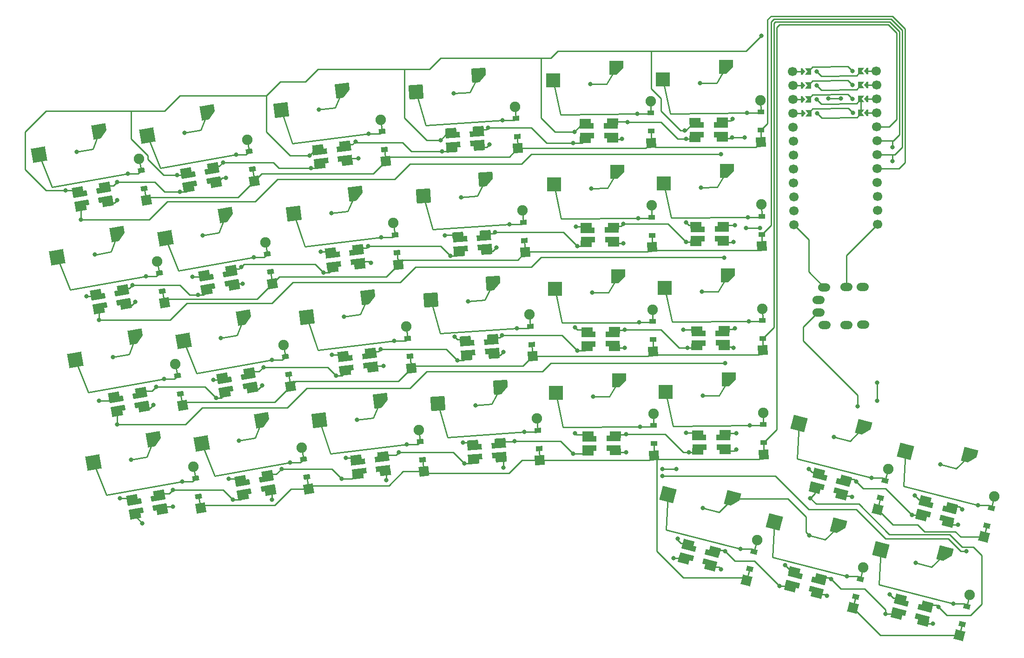
<source format=gbr>
%TF.GenerationSoftware,KiCad,Pcbnew,7.0.10-7.0.10~ubuntu22.04.1*%
%TF.CreationDate,2024-02-29T23:27:08-07:00*%
%TF.ProjectId,boardPcb,626f6172-6450-4636-922e-6b696361645f,v1.0.0*%
%TF.SameCoordinates,Original*%
%TF.FileFunction,Copper,L1,Top*%
%TF.FilePolarity,Positive*%
%FSLAX46Y46*%
G04 Gerber Fmt 4.6, Leading zero omitted, Abs format (unit mm)*
G04 Created by KiCad (PCBNEW 7.0.10-7.0.10~ubuntu22.04.1) date 2024-02-29 23:27:08*
%MOMM*%
%LPD*%
G01*
G04 APERTURE LIST*
G04 Aperture macros list*
%AMHorizOval*
0 Thick line with rounded ends*
0 $1 width*
0 $2 $3 position (X,Y) of the first rounded end (center of the circle)*
0 $4 $5 position (X,Y) of the second rounded end (center of the circle)*
0 Add line between two ends*
20,1,$1,$2,$3,$4,$5,0*
0 Add two circle primitives to create the rounded ends*
1,1,$1,$2,$3*
1,1,$1,$4,$5*%
%AMRotRect*
0 Rectangle, with rotation*
0 The origin of the aperture is its center*
0 $1 length*
0 $2 width*
0 $3 Rotation angle, in degrees counterclockwise*
0 Add horizontal line*
21,1,$1,$2,0,0,$3*%
%AMFreePoly0*
4,1,6,1.300000,0.000000,0.000000,-1.300000,-1.300000,-1.300000,-1.300000,1.300000,1.300000,1.300000,1.300000,0.000000,1.300000,0.000000,$1*%
%AMFreePoly1*
4,1,6,0.250000,0.000000,-0.250000,-0.625000,-0.500000,-0.625000,-0.500000,0.625000,-0.250000,0.625000,0.250000,0.000000,0.250000,0.000000,$1*%
%AMFreePoly2*
4,1,6,0.500000,-0.625000,-0.650000,-0.625000,-0.150000,0.000000,-0.650000,0.625000,0.500000,0.625000,0.500000,-0.625000,0.500000,-0.625000,$1*%
G04 Aperture macros list end*
%TA.AperFunction,ComponentPad*%
%ADD10RotRect,1.778000X1.778000X90.500000*%
%TD*%
%TA.AperFunction,SMDPad,CuDef*%
%ADD11RotRect,0.900000X1.200000X90.500000*%
%TD*%
%TA.AperFunction,ComponentPad*%
%ADD12C,1.905000*%
%TD*%
%TA.AperFunction,ComponentPad*%
%ADD13RotRect,1.778000X1.778000X100.000000*%
%TD*%
%TA.AperFunction,SMDPad,CuDef*%
%ADD14RotRect,0.900000X1.200000X100.000000*%
%TD*%
%TA.AperFunction,ComponentPad*%
%ADD15RotRect,1.778000X1.778000X94.000000*%
%TD*%
%TA.AperFunction,SMDPad,CuDef*%
%ADD16RotRect,0.900000X1.200000X94.000000*%
%TD*%
%TA.AperFunction,SMDPad,CuDef*%
%ADD17RotRect,2.600000X1.000000X0.500000*%
%TD*%
%TA.AperFunction,SMDPad,CuDef*%
%ADD18RotRect,2.000000X1.200000X0.500000*%
%TD*%
%TA.AperFunction,ComponentPad*%
%ADD19RotRect,1.778000X1.778000X75.500000*%
%TD*%
%TA.AperFunction,SMDPad,CuDef*%
%ADD20RotRect,0.900000X1.200000X75.500000*%
%TD*%
%TA.AperFunction,SMDPad,CuDef*%
%ADD21FreePoly0,7.000000*%
%TD*%
%TA.AperFunction,SMDPad,CuDef*%
%ADD22RotRect,2.600000X2.600000X7.000000*%
%TD*%
%TA.AperFunction,ComponentPad*%
%ADD23C,0.800000*%
%TD*%
%TA.AperFunction,SMDPad,CuDef*%
%ADD24FreePoly0,0.500000*%
%TD*%
%TA.AperFunction,SMDPad,CuDef*%
%ADD25RotRect,2.600000X2.600000X0.500000*%
%TD*%
%TA.AperFunction,ComponentPad*%
%ADD26RotRect,1.778000X1.778000X97.000000*%
%TD*%
%TA.AperFunction,SMDPad,CuDef*%
%ADD27RotRect,0.900000X1.200000X97.000000*%
%TD*%
%TA.AperFunction,SMDPad,CuDef*%
%ADD28RotRect,2.600000X1.000000X345.500000*%
%TD*%
%TA.AperFunction,SMDPad,CuDef*%
%ADD29RotRect,2.000000X1.200000X345.500000*%
%TD*%
%TA.AperFunction,SMDPad,CuDef*%
%ADD30RotRect,2.600000X1.000000X10.000000*%
%TD*%
%TA.AperFunction,SMDPad,CuDef*%
%ADD31RotRect,2.000000X1.200000X10.000000*%
%TD*%
%TA.AperFunction,ComponentPad*%
%ADD32HorizOval,1.600000X-0.299989X-0.002618X0.299989X0.002618X0*%
%TD*%
%TA.AperFunction,SMDPad,CuDef*%
%ADD33FreePoly0,10.000000*%
%TD*%
%TA.AperFunction,SMDPad,CuDef*%
%ADD34RotRect,2.600000X2.600000X10.000000*%
%TD*%
%TA.AperFunction,SMDPad,CuDef*%
%ADD35RotRect,2.600000X1.000000X4.000000*%
%TD*%
%TA.AperFunction,SMDPad,CuDef*%
%ADD36RotRect,2.000000X1.200000X4.000000*%
%TD*%
%TA.AperFunction,SMDPad,CuDef*%
%ADD37FreePoly0,4.000000*%
%TD*%
%TA.AperFunction,SMDPad,CuDef*%
%ADD38RotRect,2.600000X2.600000X4.000000*%
%TD*%
%TA.AperFunction,SMDPad,CuDef*%
%ADD39RotRect,2.600000X1.000000X7.000000*%
%TD*%
%TA.AperFunction,SMDPad,CuDef*%
%ADD40RotRect,2.000000X1.200000X7.000000*%
%TD*%
%TA.AperFunction,SMDPad,CuDef*%
%ADD41FreePoly0,345.500000*%
%TD*%
%TA.AperFunction,SMDPad,CuDef*%
%ADD42RotRect,2.600000X2.600000X345.500000*%
%TD*%
%TA.AperFunction,ComponentPad*%
%ADD43HorizOval,1.700000X0.000000X0.000000X0.000000X0.000000X0*%
%TD*%
%TA.AperFunction,SMDPad,CuDef*%
%ADD44FreePoly1,0.500000*%
%TD*%
%TA.AperFunction,SMDPad,CuDef*%
%ADD45FreePoly2,180.500000*%
%TD*%
%TA.AperFunction,ComponentPad*%
%ADD46HorizOval,1.700000X0.000000X0.000000X0.000000X0.000000X0*%
%TD*%
%TA.AperFunction,SMDPad,CuDef*%
%ADD47FreePoly2,0.500000*%
%TD*%
%TA.AperFunction,SMDPad,CuDef*%
%ADD48FreePoly1,180.500000*%
%TD*%
%TA.AperFunction,ViaPad*%
%ADD49C,0.800000*%
%TD*%
%TA.AperFunction,Conductor*%
%ADD50C,0.250000*%
%TD*%
G04 APERTURE END LIST*
D10*
%TO.P,D17,1*%
%TO.N,P21*%
X226301341Y-175114482D03*
D11*
X226282492Y-172954564D03*
%TO.P,D17,2*%
%TO.N,pointer_bottom*%
X226253694Y-169654690D03*
D12*
X226234845Y-167494772D03*
%TD*%
D13*
%TO.P,D3,1*%
%TO.N,P19*%
X137149998Y-147230922D03*
D14*
X136774917Y-145103737D03*
%TO.P,D3,2*%
%TO.N,pinky1_top*%
X136201879Y-141853871D03*
D12*
X135826798Y-139726686D03*
%TD*%
D15*
%TO.P,D15,1*%
%TO.N,P19*%
X202871549Y-138054021D03*
D16*
X202720875Y-135899283D03*
%TO.P,D15,2*%
%TO.N,middle_top*%
X202490679Y-132607321D03*
D12*
X202340005Y-130452583D03*
%TD*%
D17*
%TO.P,LED50,1*%
%TO.N,VCC*%
X234573231Y-171857173D03*
%TO.P,LED50,2*%
%TO.N,L019*%
X234588502Y-173607106D03*
%TO.P,LED50,3*%
%TO.N,GND*%
X238988335Y-173568709D03*
%TO.P,LED50,4*%
%TO.N,L018*%
X238973064Y-171818776D03*
D18*
%TO.P,LED50,11*%
%TO.N,VCC*%
X234266916Y-171134818D03*
%TO.P,LED50,22*%
%TO.N,L019*%
X234294841Y-174334696D03*
%TO.P,LED50,33*%
%TO.N,GND*%
X239294650Y-174291064D03*
%TO.P,LED50,44*%
%TO.N,L018*%
X239266725Y-171091186D03*
%TD*%
D10*
%TO.P,D22,1*%
%TO.N,P20*%
X246134775Y-155940674D03*
D11*
X246115926Y-153780756D03*
%TO.P,D22,2*%
%TO.N,pointer2_middle*%
X246087128Y-150480882D03*
D12*
X246068279Y-148320964D03*
%TD*%
D19*
%TO.P,D28,1*%
%TO.N,P19*%
X267043658Y-184951979D03*
D20*
X267584479Y-182860780D03*
%TO.P,D28,2*%
%TO.N,home2_thumb2*%
X268410733Y-179665892D03*
D12*
X268951554Y-177574693D03*
%TD*%
D13*
%TO.P,D6,1*%
%TO.N,P20*%
X160145469Y-162469306D03*
D14*
X159770388Y-160342121D03*
%TO.P,D6,2*%
%TO.N,pink2_middle*%
X159197350Y-157092255D03*
D12*
X158822269Y-154965070D03*
%TD*%
D21*
%TO.P,S12,1*%
%TO.N,P4*%
X169613130Y-108546205D03*
D22*
%TO.P,S12,2*%
%TO.N,ring_number*%
X158417335Y-112137398D03*
D23*
%TO.N,P4*%
X165233237Y-112056143D03*
%TO.N,ring_number*%
X174340160Y-116479257D03*
%TD*%
D10*
%TO.P,D23,1*%
%TO.N,P19*%
X245968971Y-136941398D03*
D11*
X245950122Y-134781480D03*
%TO.P,D23,2*%
%TO.N,pointer2_top*%
X245921324Y-131481606D03*
D12*
X245902475Y-129321688D03*
%TD*%
D10*
%TO.P,D21,1*%
%TO.N,P21*%
X246300579Y-174939951D03*
D11*
X246281730Y-172780033D03*
%TO.P,D21,2*%
%TO.N,pointer2_bottom*%
X246252932Y-169480159D03*
D12*
X246234083Y-167320241D03*
%TD*%
D24*
%TO.P,S18,1*%
%TO.N,P6*%
X219790696Y-142410052D03*
D25*
%TO.P,S18,2*%
%TO.N,pointer_middle*%
X208260335Y-144710760D03*
D23*
%TO.N,P6*%
X215041622Y-145401609D03*
%TO.N,pointer_middle*%
X223589294Y-150827224D03*
%TD*%
D19*
%TO.P,D29,1*%
%TO.N,P19*%
X286406611Y-189959579D03*
D20*
X286947432Y-187868380D03*
%TO.P,D29,2*%
%TO.N,far2_thumb2*%
X287773686Y-184673492D03*
D12*
X288314507Y-182582293D03*
%TD*%
D24*
%TO.P,S17,1*%
%TO.N,P6*%
X219956500Y-161409328D03*
D25*
%TO.P,S17,2*%
%TO.N,pointer_bottom*%
X208426139Y-163710036D03*
D23*
%TO.N,P6*%
X215207426Y-164400885D03*
%TO.N,pointer_bottom*%
X223755098Y-169826500D03*
%TD*%
D26*
%TO.P,D12,1*%
%TO.N,P18*%
X177468652Y-121445004D03*
D27*
X177205414Y-119301104D03*
%TO.P,D12,2*%
%TO.N,ring_number*%
X176803246Y-116025702D03*
D12*
X176540008Y-113881802D03*
%TD*%
D28*
%TO.P,LED56,1*%
%TO.N,VCC*%
X271385870Y-201904018D03*
%TO.P,LED56,2*%
%TO.N,L027*%
X270947705Y-203598276D03*
%TO.P,LED56,3*%
%TO.N,GND*%
X275207554Y-204699948D03*
%TO.P,LED56,4*%
%TO.N,L026*%
X275645719Y-203005690D03*
D29*
%TO.P,LED56,11*%
%TO.N,VCC*%
X271276951Y-201126997D03*
%TO.P,LED56,22*%
%TO.N,L027*%
X270475735Y-204225069D03*
%TO.P,LED56,33*%
%TO.N,GND*%
X275316473Y-205476969D03*
%TO.P,LED56,44*%
%TO.N,L026*%
X276117689Y-202378897D03*
%TD*%
D30*
%TO.P,LED32,1*%
%TO.N,VCC*%
X125074678Y-146125992D03*
%TO.P,LED32,2*%
%TO.N,L012*%
X125378562Y-147849406D03*
%TO.P,LED32,3*%
%TO.N,GND*%
X129711716Y-147085354D03*
%TO.P,LED32,4*%
%TO.N,L011*%
X129407832Y-145361940D03*
D31*
%TO.P,LED32,11*%
%TO.N,VCC*%
X124653341Y-145464101D03*
%TO.P,LED32,22*%
%TO.N,L012*%
X125209015Y-148615486D03*
%TO.P,LED32,33*%
%TO.N,GND*%
X130133053Y-147747245D03*
%TO.P,LED32,44*%
%TO.N,L011*%
X129577379Y-144595860D03*
%TD*%
D13*
%TO.P,D2,1*%
%TO.N,P20*%
X140449314Y-165942269D03*
D14*
X140074233Y-163815084D03*
%TO.P,D2,2*%
%TO.N,pinky1_middle*%
X139501195Y-160565218D03*
D12*
X139126114Y-158438033D03*
%TD*%
D32*
%TO.P,TRRS1,1*%
%TO.N,GND*%
X256254888Y-146742010D03*
X256274959Y-149041923D03*
%TO.P,TRRS1,2*%
%TO.N,P9*%
X257334775Y-144432499D03*
X257394988Y-151332236D03*
%TO.P,TRRS1,3*%
%TO.N,P10*%
X261334623Y-144397593D03*
X261394836Y-151297330D03*
%TO.P,TRRS1,4*%
%TO.N,VCC*%
X264334509Y-144371413D03*
X264394722Y-151271150D03*
%TD*%
D30*
%TO.P,LED37,1*%
%TO.N,VCC*%
X141471518Y-123941681D03*
%TO.P,LED37,2*%
%TO.N,L005*%
X141775402Y-125665095D03*
%TO.P,LED37,3*%
%TO.N,GND*%
X146108556Y-124901043D03*
%TO.P,LED37,4*%
%TO.N,L004*%
X145804672Y-123177629D03*
D31*
%TO.P,LED37,11*%
%TO.N,VCC*%
X141050181Y-123279790D03*
%TO.P,LED37,22*%
%TO.N,L005*%
X141605855Y-126431175D03*
%TO.P,LED37,33*%
%TO.N,GND*%
X146529893Y-125562934D03*
%TO.P,LED37,44*%
%TO.N,L004*%
X145974219Y-122411549D03*
%TD*%
D33*
%TO.P,S4,1*%
%TO.N,P2*%
X125330856Y-116049579D03*
D34*
%TO.P,S4,2*%
%TO.N,pinky1_number*%
X114338352Y-120221793D03*
D23*
%TO.N,P2*%
X121140661Y-119783932D03*
%TO.N,pinky1_number*%
X130466592Y-123724365D03*
%TD*%
D35*
%TO.P,LED44,1*%
%TO.N,VCC*%
X190977875Y-135692930D03*
%TO.P,LED44,2*%
%TO.N,L009*%
X191099949Y-137438667D03*
%TO.P,LED44,3*%
%TO.N,GND*%
X195489231Y-137131738D03*
%TO.P,LED44,4*%
%TO.N,L008*%
X195367157Y-135386001D03*
D36*
%TO.P,LED44,11*%
%TO.N,VCC*%
X190628033Y-134990623D03*
%TO.P,LED44,22*%
%TO.N,L009*%
X190851253Y-138182828D03*
%TO.P,LED44,33*%
%TO.N,GND*%
X195839073Y-137834045D03*
%TO.P,LED44,44*%
%TO.N,L008*%
X195615853Y-134641840D03*
%TD*%
D30*
%TO.P,LED36,1*%
%TO.N,VCC*%
X144770833Y-142653029D03*
%TO.P,LED36,2*%
%TO.N,L011*%
X145074717Y-144376443D03*
%TO.P,LED36,3*%
%TO.N,GND*%
X149407871Y-143612391D03*
%TO.P,LED36,4*%
%TO.N,L010*%
X149103987Y-141888977D03*
D31*
%TO.P,LED36,11*%
%TO.N,VCC*%
X144349496Y-141991138D03*
%TO.P,LED36,22*%
%TO.N,L011*%
X144905170Y-145142523D03*
%TO.P,LED36,33*%
%TO.N,GND*%
X149829208Y-144274282D03*
%TO.P,LED36,44*%
%TO.N,L010*%
X149273534Y-141122897D03*
%TD*%
D17*
%TO.P,LED48,1*%
%TO.N,VCC*%
X214242384Y-134033151D03*
%TO.P,LED48,2*%
%TO.N,L008*%
X214257655Y-135783084D03*
%TO.P,LED48,3*%
%TO.N,GND*%
X218657488Y-135744687D03*
%TO.P,LED48,4*%
%TO.N,L007*%
X218642217Y-133994754D03*
D18*
%TO.P,LED48,11*%
%TO.N,VCC*%
X213936069Y-133310796D03*
%TO.P,LED48,22*%
%TO.N,L008*%
X213963994Y-136510674D03*
%TO.P,LED48,33*%
%TO.N,GND*%
X218963803Y-136467042D03*
%TO.P,LED48,44*%
%TO.N,L007*%
X218935878Y-133267164D03*
%TD*%
D21*
%TO.P,S11,1*%
%TO.N,P4*%
X171928648Y-127404582D03*
D22*
%TO.P,S11,2*%
%TO.N,ring_top*%
X160732853Y-130995775D03*
D23*
%TO.N,P4*%
X167548755Y-130914520D03*
%TO.N,ring_top*%
X176655678Y-135337634D03*
%TD*%
D10*
%TO.P,D19,1*%
%TO.N,P19*%
X225969732Y-137115929D03*
D11*
X225950883Y-134956011D03*
%TO.P,D19,2*%
%TO.N,pointer_top*%
X225922085Y-131656137D03*
D12*
X225903236Y-129496219D03*
%TD*%
D28*
%TO.P,LED57,1*%
%TO.N,VCC*%
X256513791Y-178938982D03*
%TO.P,LED57,2*%
%TO.N,L026*%
X256075626Y-180633240D03*
%TO.P,LED57,3*%
%TO.N,GND*%
X260335475Y-181734912D03*
%TO.P,LED57,4*%
%TO.N,L025*%
X260773640Y-180040654D03*
D29*
%TO.P,LED57,11*%
%TO.N,VCC*%
X256404872Y-178161961D03*
%TO.P,LED57,22*%
%TO.N,L026*%
X255603656Y-181260033D03*
%TO.P,LED57,33*%
%TO.N,GND*%
X260444394Y-182511933D03*
%TO.P,LED57,44*%
%TO.N,L025*%
X261245610Y-179413861D03*
%TD*%
D37*
%TO.P,S15,1*%
%TO.N,P5*%
X195701864Y-124761773D03*
D38*
%TO.P,S15,2*%
%TO.N,middle_top*%
X184333464Y-127762102D03*
D23*
%TO.N,P5*%
X191144278Y-128037675D03*
%TO.N,middle_top*%
X200007233Y-132931347D03*
%TD*%
D19*
%TO.P,D25,1*%
%TO.N,P21*%
X243189831Y-197901814D03*
D20*
X243730652Y-195810615D03*
%TO.P,D25,2*%
%TO.N,near_thumb*%
X244556906Y-192615727D03*
D12*
X245097727Y-190524528D03*
%TD*%
D24*
%TO.P,S19,1*%
%TO.N,P6*%
X219624892Y-123410775D03*
D25*
%TO.P,S19,2*%
%TO.N,pointer_top*%
X208094531Y-125711483D03*
D23*
%TO.N,P6*%
X214875818Y-126402332D03*
%TO.N,pointer_top*%
X223423490Y-131827947D03*
%TD*%
D24*
%TO.P,S23,1*%
%TO.N,P7*%
X239624130Y-123236244D03*
D25*
%TO.P,S23,2*%
%TO.N,pointer2_top*%
X228093769Y-125536952D03*
D23*
%TO.N,P7*%
X234875056Y-126227801D03*
%TO.N,pointer2_top*%
X243422728Y-131653416D03*
%TD*%
D19*
%TO.P,D26,1*%
%TO.N,P20*%
X262552784Y-202909414D03*
D20*
X263093605Y-200818215D03*
%TO.P,D26,2*%
%TO.N,home_thumb*%
X263919859Y-197623327D03*
D12*
X264460680Y-195532128D03*
%TD*%
D24*
%TO.P,S24,1*%
%TO.N,P7*%
X239458326Y-104236968D03*
D25*
%TO.P,S24,2*%
%TO.N,pointer2_number*%
X227927965Y-106537676D03*
D23*
%TO.N,P7*%
X234709252Y-107228525D03*
%TO.N,pointer2_number*%
X243256924Y-112654140D03*
%TD*%
D39*
%TO.P,LED40,1*%
%TO.N,VCC*%
X167783226Y-138567993D03*
%TO.P,LED40,2*%
%TO.N,L010*%
X167996497Y-140304948D03*
%TO.P,LED40,3*%
%TO.N,GND*%
X172363700Y-139768723D03*
%TO.P,LED40,4*%
%TO.N,L009*%
X172150429Y-138031768D03*
D40*
%TO.P,LED40,11*%
%TO.N,VCC*%
X167397107Y-137884958D03*
%TO.P,LED40,22*%
%TO.N,L010*%
X167787089Y-141061105D03*
%TO.P,LED40,33*%
%TO.N,GND*%
X172749819Y-140451758D03*
%TO.P,LED40,44*%
%TO.N,L009*%
X172359837Y-137275611D03*
%TD*%
D33*
%TO.P,S5,1*%
%TO.N,P3*%
X154924957Y-168710658D03*
D34*
%TO.P,S5,2*%
%TO.N,pink2_bottom*%
X143932453Y-172882872D03*
D23*
%TO.N,P3*%
X150734762Y-172445011D03*
%TO.N,pink2_bottom*%
X160060693Y-176385444D03*
%TD*%
D41*
%TO.P,S29,1*%
%TO.N,P14*%
X283825121Y-175079251D03*
D42*
%TO.P,S29,2*%
%TO.N,far2_thumb2*%
X272092179Y-174317287D03*
D23*
%TO.N,P14*%
X278463595Y-176739722D03*
%TO.N,far2_thumb2*%
X285315759Y-184192764D03*
%TD*%
D41*
%TO.P,S28,1*%
%TO.N,P16*%
X264462168Y-170071651D03*
D42*
%TO.P,S28,2*%
%TO.N,home2_thumb2*%
X252729226Y-169309687D03*
D23*
%TO.N,P16*%
X259100642Y-171732122D03*
%TO.N,home2_thumb2*%
X265952806Y-179185164D03*
%TD*%
D33*
%TO.P,S2,1*%
%TO.N,P2*%
X131929486Y-153472274D03*
D34*
%TO.P,S2,2*%
%TO.N,pinky1_middle*%
X120936982Y-157644488D03*
D23*
%TO.N,P2*%
X127739291Y-157206627D03*
%TO.N,pinky1_middle*%
X137065222Y-161147060D03*
%TD*%
D30*
%TO.P,LED30,1*%
%TO.N,VCC*%
X131673309Y-183548687D03*
%TO.P,LED30,2*%
%TO.N,L024*%
X131977193Y-185272101D03*
%TO.P,LED30,3*%
%TO.N,GND*%
X136310347Y-184508049D03*
%TO.P,LED30,4*%
%TO.N,L023*%
X136006463Y-182784635D03*
D31*
%TO.P,LED30,11*%
%TO.N,VCC*%
X131251972Y-182886796D03*
%TO.P,LED30,22*%
%TO.N,L024*%
X131807646Y-186038181D03*
%TO.P,LED30,33*%
%TO.N,GND*%
X136731684Y-185169940D03*
%TO.P,LED30,44*%
%TO.N,L023*%
X136176010Y-182018555D03*
%TD*%
D30*
%TO.P,LED35,1*%
%TO.N,VCC*%
X148070148Y-161364376D03*
%TO.P,LED35,2*%
%TO.N,L017*%
X148374032Y-163087790D03*
%TO.P,LED35,3*%
%TO.N,GND*%
X152707186Y-162323738D03*
%TO.P,LED35,4*%
%TO.N,L016*%
X152403302Y-160600324D03*
D31*
%TO.P,LED35,11*%
%TO.N,VCC*%
X147648811Y-160702485D03*
%TO.P,LED35,22*%
%TO.N,L017*%
X148204485Y-163853870D03*
%TO.P,LED35,33*%
%TO.N,GND*%
X153128523Y-162985629D03*
%TO.P,LED35,44*%
%TO.N,L016*%
X152572849Y-159834244D03*
%TD*%
D28*
%TO.P,LED58,1*%
%TO.N,VCC*%
X275876744Y-183946582D03*
%TO.P,LED58,2*%
%TO.N,L025*%
X275438579Y-185640840D03*
%TO.P,LED58,3*%
%TO.N,GND*%
X279698428Y-186742512D03*
%TO.P,LED58,4*%
%TO.N,L024*%
X280136593Y-185048254D03*
D29*
%TO.P,LED58,11*%
%TO.N,VCC*%
X275767825Y-183169561D03*
%TO.P,LED58,22*%
%TO.N,L025*%
X274966609Y-186267633D03*
%TO.P,LED58,33*%
%TO.N,GND*%
X279807347Y-187519533D03*
%TO.P,LED58,44*%
%TO.N,L024*%
X280608563Y-184421461D03*
%TD*%
D13*
%TO.P,D1,1*%
%TO.N,P21*%
X143748629Y-184653616D03*
D14*
X143373548Y-182526431D03*
%TO.P,D1,2*%
%TO.N,pinky1_bottom*%
X142800510Y-179276565D03*
D12*
X142425429Y-177149380D03*
%TD*%
D17*
%TO.P,LED53,1*%
%TO.N,VCC*%
X234075818Y-114859343D03*
%TO.P,LED53,2*%
%TO.N,L001*%
X234091089Y-116609276D03*
%TO.P,LED53,3*%
%TO.N,GND*%
X238490922Y-116570879D03*
%TO.P,LED53,4*%
%TO.N,P8*%
X238475651Y-114820946D03*
D18*
%TO.P,LED53,11*%
%TO.N,VCC*%
X233769503Y-114136988D03*
%TO.P,LED53,22*%
%TO.N,L001*%
X233797428Y-117336866D03*
%TO.P,LED53,33*%
%TO.N,GND*%
X238797237Y-117293234D03*
%TO.P,LED53,44*%
%TO.N,P8*%
X238769312Y-114093356D03*
%TD*%
D28*
%TO.P,LED54,1*%
%TO.N,VCC*%
X232659964Y-191888818D03*
%TO.P,LED54,2*%
%TO.N,L029*%
X232221799Y-193583076D03*
%TO.P,LED54,3*%
%TO.N,GND*%
X236481648Y-194684748D03*
%TO.P,LED54,4*%
%TO.N,L028*%
X236919813Y-192990490D03*
D29*
%TO.P,LED54,11*%
%TO.N,VCC*%
X232551045Y-191111797D03*
%TO.P,LED54,22*%
%TO.N,L029*%
X231749829Y-194209869D03*
%TO.P,LED54,33*%
%TO.N,GND*%
X236590567Y-195461769D03*
%TO.P,LED54,44*%
%TO.N,L028*%
X237391783Y-192363697D03*
%TD*%
D33*
%TO.P,S1,1*%
%TO.N,P2*%
X135228802Y-172183621D03*
D34*
%TO.P,S1,2*%
%TO.N,pinky1_bottom*%
X124236298Y-176355835D03*
D23*
%TO.N,P2*%
X131038607Y-175917974D03*
%TO.N,pinky1_bottom*%
X140364538Y-179858407D03*
%TD*%
D15*
%TO.P,D13,1*%
%TO.N,P21*%
X205522295Y-175961455D03*
D16*
X205371621Y-173806717D03*
%TO.P,D13,2*%
%TO.N,middle_bottom*%
X205141425Y-170514755D03*
D12*
X204990751Y-168360017D03*
%TD*%
D41*
%TO.P,S27,1*%
%TO.N,P14*%
X279334247Y-193036687D03*
D42*
%TO.P,S27,2*%
%TO.N,far_thumb*%
X267601305Y-192274723D03*
D23*
%TO.N,P14*%
X273972721Y-194697158D03*
%TO.N,far_thumb*%
X280824885Y-202150200D03*
%TD*%
D30*
%TO.P,LED31,1*%
%TO.N,VCC*%
X128373993Y-164837339D03*
%TO.P,LED31,2*%
%TO.N,L018*%
X128677877Y-166560753D03*
%TO.P,LED31,3*%
%TO.N,GND*%
X133011031Y-165796701D03*
%TO.P,LED31,4*%
%TO.N,L017*%
X132707147Y-164073287D03*
D31*
%TO.P,LED31,11*%
%TO.N,VCC*%
X127952656Y-164175448D03*
%TO.P,LED31,22*%
%TO.N,L018*%
X128508330Y-167326833D03*
%TO.P,LED31,33*%
%TO.N,GND*%
X133432368Y-166458592D03*
%TO.P,LED31,44*%
%TO.N,L017*%
X132876694Y-163307207D03*
%TD*%
D43*
%TO.P,,0*%
%TO.N,_1_0*%
X251571417Y-105111296D03*
D44*
X253571341Y-105093843D03*
D23*
%TO.N,P1*%
X255929252Y-105073266D03*
D45*
X263965945Y-105003131D03*
D43*
%TO.P,,1*%
%TO.N,_1_1*%
X251593583Y-107651199D03*
D44*
X253593507Y-107633746D03*
D23*
%TO.N,P0*%
X255951417Y-107613169D03*
D45*
X263988111Y-107543034D03*
D43*
%TO.P,,2*%
%TO.N,_1_2*%
X251615748Y-110191103D03*
D44*
X253615672Y-110173650D03*
D23*
%TO.N,GND*%
X255973582Y-110153072D03*
D45*
X264010276Y-110082937D03*
D43*
%TO.P,,3*%
%TO.N,_1_3*%
X251637914Y-112731006D03*
D44*
X253637837Y-112713553D03*
D23*
%TO.N,GND*%
X255995748Y-112692976D03*
D45*
X264032442Y-112622841D03*
D43*
%TO.P,,4*%
%TO.N,P2*%
X251660079Y-115270909D03*
%TO.P,,5*%
%TO.N,P3*%
X251682244Y-117810813D03*
%TO.P,,6*%
%TO.N,P4*%
X251704410Y-120350716D03*
%TO.P,,7*%
%TO.N,P5*%
X251726575Y-122890619D03*
%TO.P,,8*%
%TO.N,P6*%
X251748741Y-125430522D03*
%TO.P,,9*%
%TO.N,P7*%
X251770906Y-127970426D03*
%TO.P,,10*%
%TO.N,P8*%
X251793071Y-130510329D03*
%TO.P,,11*%
%TO.N,P9*%
X251815237Y-133050232D03*
D46*
%TO.P,,12*%
%TO.N,P10*%
X267054657Y-132917240D03*
%TO.P,,13*%
%TO.N,P16*%
X267032491Y-130377337D03*
%TO.P,,14*%
%TO.N,P14*%
X267010326Y-127837433D03*
%TO.P,,15*%
%TO.N,P15*%
X266988160Y-125297530D03*
%TO.P,,16*%
%TO.N,P18*%
X266965995Y-122757627D03*
%TO.P,,17*%
%TO.N,P19*%
X266943830Y-120217723D03*
%TO.P,,18*%
%TO.N,P20*%
X266921664Y-117677820D03*
%TO.P,,19*%
%TO.N,P21*%
X266899499Y-115137917D03*
D47*
%TO.P,,20*%
%TO.N,VCC*%
X254482805Y-112706179D03*
D23*
X262519499Y-112636044D03*
D48*
%TO.N,_1_20*%
X264877410Y-112615467D03*
D46*
X266877333Y-112598014D03*
D47*
%TO.P,,21*%
%TO.N,RST*%
X254460640Y-110166276D03*
D23*
X262497334Y-110096141D03*
D48*
%TO.N,_1_21*%
X264855244Y-110075563D03*
D46*
X266855168Y-110058110D03*
D47*
%TO.P,,22*%
%TO.N,GND*%
X254438475Y-107626372D03*
D23*
X262475168Y-107556237D03*
D48*
%TO.N,_1_22*%
X264833079Y-107535660D03*
D46*
X266833003Y-107518207D03*
D47*
%TO.P,,23*%
%TO.N,RAW*%
X254416309Y-105086469D03*
D23*
X262453003Y-105016334D03*
D48*
%TO.N,_1_23*%
X264810913Y-104995757D03*
D46*
X266810837Y-104978304D03*
%TD*%
D37*
%TO.P,S16,1*%
%TO.N,P5*%
X194376491Y-105808056D03*
D38*
%TO.P,S16,2*%
%TO.N,middle_number*%
X183008091Y-108808385D03*
D23*
%TO.N,P5*%
X189818905Y-109083958D03*
%TO.N,middle_number*%
X198681860Y-113977630D03*
%TD*%
D33*
%TO.P,S8,1*%
%TO.N,P3*%
X145027011Y-112576616D03*
D34*
%TO.P,S8,2*%
%TO.N,pink2_number*%
X134034507Y-116748830D03*
D23*
%TO.N,P3*%
X140836816Y-116310969D03*
%TO.N,pink2_number*%
X150162747Y-120251402D03*
%TD*%
D39*
%TO.P,LED41,1*%
%TO.N,VCC*%
X165467709Y-119709616D03*
%TO.P,LED41,2*%
%TO.N,L004*%
X165680980Y-121446571D03*
%TO.P,LED41,3*%
%TO.N,GND*%
X170048183Y-120910346D03*
%TO.P,LED41,4*%
%TO.N,L003*%
X169834912Y-119173391D03*
D40*
%TO.P,LED41,11*%
%TO.N,VCC*%
X165081590Y-119026581D03*
%TO.P,LED41,22*%
%TO.N,L004*%
X165471572Y-122202728D03*
%TO.P,LED41,33*%
%TO.N,GND*%
X170434302Y-121593381D03*
%TO.P,LED41,44*%
%TO.N,L003*%
X170044320Y-118417234D03*
%TD*%
D10*
%TO.P,D20,1*%
%TO.N,P18*%
X225803928Y-118116652D03*
D11*
X225785079Y-115956734D03*
%TO.P,D20,2*%
%TO.N,pointer_number*%
X225756281Y-112656860D03*
D12*
X225737432Y-110496942D03*
%TD*%
D15*
%TO.P,D14,1*%
%TO.N,P20*%
X204196922Y-157007738D03*
D16*
X204046248Y-154853000D03*
%TO.P,D14,2*%
%TO.N,middle_middle*%
X203816052Y-151561038D03*
D12*
X203665378Y-149406300D03*
%TD*%
D17*
%TO.P,LED51,1*%
%TO.N,VCC*%
X234407426Y-152857896D03*
%TO.P,LED51,2*%
%TO.N,L013*%
X234422697Y-154607829D03*
%TO.P,LED51,3*%
%TO.N,GND*%
X238822530Y-154569432D03*
%TO.P,LED51,4*%
%TO.N,L012*%
X238807259Y-152819499D03*
D18*
%TO.P,LED51,11*%
%TO.N,VCC*%
X234101111Y-152135541D03*
%TO.P,LED51,22*%
%TO.N,L013*%
X234129036Y-155335419D03*
%TO.P,LED51,33*%
%TO.N,GND*%
X239128845Y-155291787D03*
%TO.P,LED51,44*%
%TO.N,L012*%
X239100920Y-152091909D03*
%TD*%
D33*
%TO.P,S3,1*%
%TO.N,P2*%
X128630171Y-134760927D03*
D34*
%TO.P,S3,2*%
%TO.N,pinky1_top*%
X117637667Y-138933141D03*
D23*
%TO.N,P2*%
X124439976Y-138495280D03*
%TO.N,pinky1_top*%
X133765907Y-142435713D03*
%TD*%
D41*
%TO.P,S26,1*%
%TO.N,P16*%
X259971294Y-188029087D03*
D42*
%TO.P,S26,2*%
%TO.N,home_thumb*%
X248238352Y-187267123D03*
D23*
%TO.N,P16*%
X254609768Y-189689558D03*
%TO.N,home_thumb*%
X261461932Y-197142600D03*
%TD*%
D33*
%TO.P,S6,1*%
%TO.N,P3*%
X151625641Y-149999310D03*
D34*
%TO.P,S6,2*%
%TO.N,pink2_middle*%
X140633137Y-154171524D03*
D23*
%TO.N,P3*%
X147435446Y-153733663D03*
%TO.N,pink2_middle*%
X156761377Y-157674096D03*
%TD*%
D37*
%TO.P,S13,1*%
%TO.N,P5*%
X198352610Y-162669207D03*
D38*
%TO.P,S13,2*%
%TO.N,middle_bottom*%
X186984210Y-165669536D03*
D23*
%TO.N,P5*%
X193795024Y-165945109D03*
%TO.N,middle_bottom*%
X202657979Y-170838781D03*
%TD*%
D30*
%TO.P,LED34,1*%
%TO.N,VCC*%
X151369464Y-180075723D03*
%TO.P,LED34,2*%
%TO.N,L023*%
X151673348Y-181799137D03*
%TO.P,LED34,3*%
%TO.N,GND*%
X156006502Y-181035085D03*
%TO.P,LED34,4*%
%TO.N,L022*%
X155702618Y-179311671D03*
D31*
%TO.P,LED34,11*%
%TO.N,VCC*%
X150948127Y-179413832D03*
%TO.P,LED34,22*%
%TO.N,L023*%
X151503801Y-182565217D03*
%TO.P,LED34,33*%
%TO.N,GND*%
X156427839Y-181696976D03*
%TO.P,LED34,44*%
%TO.N,L022*%
X155872165Y-178545591D03*
%TD*%
D24*
%TO.P,S22,1*%
%TO.N,P7*%
X239789935Y-142235521D03*
D25*
%TO.P,S22,2*%
%TO.N,pointer2_middle*%
X228259574Y-144536229D03*
D23*
%TO.N,P7*%
X235040861Y-145227078D03*
%TO.N,pointer2_middle*%
X243588533Y-150652693D03*
%TD*%
D39*
%TO.P,LED39,1*%
%TO.N,VCC*%
X170098744Y-157426370D03*
%TO.P,LED39,2*%
%TO.N,L016*%
X170312015Y-159163325D03*
%TO.P,LED39,3*%
%TO.N,GND*%
X174679218Y-158627100D03*
%TO.P,LED39,4*%
%TO.N,L015*%
X174465947Y-156890145D03*
D40*
%TO.P,LED39,11*%
%TO.N,VCC*%
X169712625Y-156743335D03*
%TO.P,LED39,22*%
%TO.N,L016*%
X170102607Y-159919482D03*
%TO.P,LED39,33*%
%TO.N,GND*%
X175065337Y-159310135D03*
%TO.P,LED39,44*%
%TO.N,L015*%
X174675355Y-156133988D03*
%TD*%
D35*
%TO.P,LED43,1*%
%TO.N,VCC*%
X192303248Y-154646647D03*
%TO.P,LED43,2*%
%TO.N,L015*%
X192425322Y-156392384D03*
%TO.P,LED43,3*%
%TO.N,GND*%
X196814604Y-156085455D03*
%TO.P,LED43,4*%
%TO.N,L014*%
X196692530Y-154339718D03*
D36*
%TO.P,LED43,11*%
%TO.N,VCC*%
X191953406Y-153944340D03*
%TO.P,LED43,22*%
%TO.N,L015*%
X192176626Y-157136545D03*
%TO.P,LED43,33*%
%TO.N,GND*%
X197164446Y-156787762D03*
%TO.P,LED43,44*%
%TO.N,L014*%
X196941226Y-153595557D03*
%TD*%
D13*
%TO.P,D8,1*%
%TO.N,P18*%
X153546838Y-125046611D03*
D14*
X153171757Y-122919426D03*
%TO.P,D8,2*%
%TO.N,pink2_number*%
X152598719Y-119669560D03*
D12*
X152223638Y-117542375D03*
%TD*%
D17*
%TO.P,LED47,1*%
%TO.N,VCC*%
X214408188Y-153032427D03*
%TO.P,LED47,2*%
%TO.N,L014*%
X214423459Y-154782360D03*
%TO.P,LED47,3*%
%TO.N,GND*%
X218823292Y-154743963D03*
%TO.P,LED47,4*%
%TO.N,L013*%
X218808021Y-152994030D03*
D18*
%TO.P,LED47,11*%
%TO.N,VCC*%
X214101873Y-152310072D03*
%TO.P,LED47,22*%
%TO.N,L014*%
X214129798Y-155509950D03*
%TO.P,LED47,33*%
%TO.N,GND*%
X219129607Y-155466318D03*
%TO.P,LED47,44*%
%TO.N,L013*%
X219101682Y-152266440D03*
%TD*%
D35*
%TO.P,LED42,1*%
%TO.N,VCC*%
X193628621Y-173600364D03*
%TO.P,LED42,2*%
%TO.N,L021*%
X193750695Y-175346101D03*
%TO.P,LED42,3*%
%TO.N,GND*%
X198139977Y-175039172D03*
%TO.P,LED42,4*%
%TO.N,L020*%
X198017903Y-173293435D03*
D36*
%TO.P,LED42,11*%
%TO.N,VCC*%
X193278779Y-172898057D03*
%TO.P,LED42,22*%
%TO.N,L021*%
X193501999Y-176090262D03*
%TO.P,LED42,33*%
%TO.N,GND*%
X198489819Y-175741479D03*
%TO.P,LED42,44*%
%TO.N,L020*%
X198266599Y-172549274D03*
%TD*%
D24*
%TO.P,S20,1*%
%TO.N,P6*%
X219459088Y-104411499D03*
D25*
%TO.P,S20,2*%
%TO.N,pointer_number*%
X207928727Y-106712207D03*
D23*
%TO.N,P6*%
X214710014Y-107403056D03*
%TO.N,pointer_number*%
X223257686Y-112828671D03*
%TD*%
D17*
%TO.P,LED49,1*%
%TO.N,VCC*%
X214076580Y-115033874D03*
%TO.P,LED49,2*%
%TO.N,L002*%
X214091851Y-116783807D03*
%TO.P,LED49,3*%
%TO.N,GND*%
X218491684Y-116745410D03*
%TO.P,LED49,4*%
%TO.N,L001*%
X218476413Y-114995477D03*
D18*
%TO.P,LED49,11*%
%TO.N,VCC*%
X213770265Y-114311519D03*
%TO.P,LED49,22*%
%TO.N,L002*%
X213798190Y-117511397D03*
%TO.P,LED49,33*%
%TO.N,GND*%
X218797999Y-117467765D03*
%TO.P,LED49,44*%
%TO.N,L001*%
X218770074Y-114267887D03*
%TD*%
D13*
%TO.P,D7,1*%
%TO.N,P19*%
X156846153Y-143757958D03*
D14*
X156471072Y-141630773D03*
%TO.P,D7,2*%
%TO.N,pink2_top*%
X155898034Y-138380907D03*
D12*
X155522953Y-136253722D03*
%TD*%
D17*
%TO.P,LED46,1*%
%TO.N,VCC*%
X214573992Y-172031704D03*
%TO.P,LED46,2*%
%TO.N,L020*%
X214589263Y-173781637D03*
%TO.P,LED46,3*%
%TO.N,GND*%
X218989096Y-173743240D03*
%TO.P,LED46,4*%
%TO.N,L019*%
X218973825Y-171993307D03*
D18*
%TO.P,LED46,11*%
%TO.N,VCC*%
X214267677Y-171309349D03*
%TO.P,LED46,22*%
%TO.N,L020*%
X214295602Y-174509227D03*
%TO.P,LED46,33*%
%TO.N,GND*%
X219295411Y-174465595D03*
%TO.P,LED46,44*%
%TO.N,L019*%
X219267486Y-171265717D03*
%TD*%
D24*
%TO.P,S21,1*%
%TO.N,P7*%
X239955739Y-161234797D03*
D25*
%TO.P,S21,2*%
%TO.N,pointer2_bottom*%
X228425378Y-163535505D03*
D23*
%TO.N,P7*%
X235206665Y-164226354D03*
%TO.N,pointer2_bottom*%
X243754337Y-169651969D03*
%TD*%
D28*
%TO.P,LED55,1*%
%TO.N,VCC*%
X252022917Y-196896418D03*
%TO.P,LED55,2*%
%TO.N,L028*%
X251584752Y-198590676D03*
%TO.P,LED55,3*%
%TO.N,GND*%
X255844601Y-199692348D03*
%TO.P,LED55,4*%
%TO.N,L027*%
X256282766Y-197998090D03*
D29*
%TO.P,LED55,11*%
%TO.N,VCC*%
X251913998Y-196119397D03*
%TO.P,LED55,22*%
%TO.N,L028*%
X251112782Y-199217469D03*
%TO.P,LED55,33*%
%TO.N,GND*%
X255953520Y-200469369D03*
%TO.P,LED55,44*%
%TO.N,L027*%
X256754736Y-197371297D03*
%TD*%
D35*
%TO.P,LED45,1*%
%TO.N,VCC*%
X189652502Y-116739213D03*
%TO.P,LED45,2*%
%TO.N,L003*%
X189774576Y-118484950D03*
%TO.P,LED45,3*%
%TO.N,GND*%
X194163858Y-118178021D03*
%TO.P,LED45,4*%
%TO.N,L002*%
X194041784Y-116432284D03*
D36*
%TO.P,LED45,11*%
%TO.N,VCC*%
X189302660Y-116036906D03*
%TO.P,LED45,22*%
%TO.N,L003*%
X189525880Y-119229111D03*
%TO.P,LED45,33*%
%TO.N,GND*%
X194513700Y-118880328D03*
%TO.P,LED45,44*%
%TO.N,L002*%
X194290480Y-115688123D03*
%TD*%
D19*
%TO.P,D27,1*%
%TO.N,P20*%
X281915737Y-207917014D03*
D20*
X282456558Y-205825815D03*
%TO.P,D27,2*%
%TO.N,far_thumb*%
X283282812Y-202630927D03*
D12*
X283823633Y-200539728D03*
%TD*%
D26*
%TO.P,D9,1*%
%TO.N,P21*%
X184415205Y-178020135D03*
D27*
X184151967Y-175876235D03*
%TO.P,D9,2*%
%TO.N,ring_bottom*%
X183749799Y-172600833D03*
D12*
X183486561Y-170456933D03*
%TD*%
D33*
%TO.P,S7,1*%
%TO.N,P3*%
X148326326Y-131287963D03*
D34*
%TO.P,S7,2*%
%TO.N,pink2_top*%
X137333822Y-135460177D03*
D23*
%TO.N,P3*%
X144136131Y-135022316D03*
%TO.N,pink2_top*%
X153462062Y-138962749D03*
%TD*%
D41*
%TO.P,S25,1*%
%TO.N,P16*%
X240608341Y-183021487D03*
D42*
%TO.P,S25,2*%
%TO.N,near_thumb*%
X228875399Y-182259523D03*
D23*
%TO.N,P16*%
X235246815Y-184681958D03*
%TO.N,near_thumb*%
X242098979Y-192135000D03*
%TD*%
D37*
%TO.P,S14,1*%
%TO.N,P5*%
X197027237Y-143715490D03*
D38*
%TO.P,S14,2*%
%TO.N,middle_middle*%
X185658837Y-146715819D03*
D23*
%TO.N,P5*%
X192469651Y-146991392D03*
%TO.N,middle_middle*%
X201332606Y-151885064D03*
%TD*%
D15*
%TO.P,D16,1*%
%TO.N,P18*%
X201546176Y-119100304D03*
D16*
X201395502Y-116945566D03*
%TO.P,D16,2*%
%TO.N,middle_number*%
X201165306Y-113653604D03*
D12*
X201014632Y-111498866D03*
%TD*%
D10*
%TO.P,D18,1*%
%TO.N,P20*%
X226135537Y-156115205D03*
D11*
X226116688Y-153955287D03*
%TO.P,D18,2*%
%TO.N,pointer_middle*%
X226087890Y-150655413D03*
D12*
X226069041Y-148495495D03*
%TD*%
D10*
%TO.P,D24,1*%
%TO.N,P18*%
X245803167Y-117942121D03*
D11*
X245784318Y-115782203D03*
%TO.P,D24,2*%
%TO.N,pointer2_number*%
X245755520Y-112482329D03*
D12*
X245736671Y-110322411D03*
%TD*%
D30*
%TO.P,LED33,1*%
%TO.N,VCC*%
X121775363Y-127414645D03*
%TO.P,LED33,2*%
%TO.N,L006*%
X122079247Y-129138059D03*
%TO.P,LED33,3*%
%TO.N,GND*%
X126412401Y-128374007D03*
%TO.P,LED33,4*%
%TO.N,L005*%
X126108517Y-126650593D03*
D31*
%TO.P,LED33,11*%
%TO.N,VCC*%
X121354026Y-126752754D03*
%TO.P,LED33,22*%
%TO.N,L006*%
X121909700Y-129904139D03*
%TO.P,LED33,33*%
%TO.N,GND*%
X126833738Y-129035898D03*
%TO.P,LED33,44*%
%TO.N,L005*%
X126278064Y-125884513D03*
%TD*%
D13*
%TO.P,D4,1*%
%TO.N,P18*%
X133850683Y-128519575D03*
D14*
X133475602Y-126392390D03*
%TO.P,D4,2*%
%TO.N,pinky1_number*%
X132902564Y-123142524D03*
D12*
X132527483Y-121015339D03*
%TD*%
D21*
%TO.P,S10,1*%
%TO.N,P4*%
X174244165Y-146262959D03*
D22*
%TO.P,S10,2*%
%TO.N,ring_middle*%
X163048370Y-149854152D03*
D23*
%TO.N,P4*%
X169864272Y-149772897D03*
%TO.N,ring_middle*%
X178971195Y-154196011D03*
%TD*%
D13*
%TO.P,D5,1*%
%TO.N,P21*%
X163444784Y-181180653D03*
D14*
X163069703Y-179053468D03*
%TO.P,D5,2*%
%TO.N,pink2_bottom*%
X162496665Y-175803602D03*
D12*
X162121584Y-173676417D03*
%TD*%
D26*
%TO.P,D11,1*%
%TO.N,P19*%
X179784170Y-140303381D03*
D27*
X179520932Y-138159481D03*
%TO.P,D11,2*%
%TO.N,ring_top*%
X179118764Y-134884079D03*
D12*
X178855526Y-132740179D03*
%TD*%
D21*
%TO.P,S9,1*%
%TO.N,P4*%
X176559683Y-165121336D03*
D22*
%TO.P,S9,2*%
%TO.N,ring_bottom*%
X165363888Y-168712529D03*
D23*
%TO.N,P4*%
X172179790Y-168631274D03*
%TO.N,ring_bottom*%
X181286713Y-173054388D03*
%TD*%
D17*
%TO.P,LED52,1*%
%TO.N,VCC*%
X234241622Y-133858620D03*
%TO.P,LED52,2*%
%TO.N,L007*%
X234256893Y-135608553D03*
%TO.P,LED52,3*%
%TO.N,GND*%
X238656726Y-135570156D03*
%TO.P,LED52,4*%
%TO.N,L006*%
X238641455Y-133820223D03*
D18*
%TO.P,LED52,11*%
%TO.N,VCC*%
X233935307Y-133136265D03*
%TO.P,LED52,22*%
%TO.N,L007*%
X233963232Y-136336143D03*
%TO.P,LED52,33*%
%TO.N,GND*%
X238963041Y-136292511D03*
%TO.P,LED52,44*%
%TO.N,L006*%
X238935116Y-133092633D03*
%TD*%
D39*
%TO.P,LED38,1*%
%TO.N,VCC*%
X172414261Y-176284747D03*
%TO.P,LED38,2*%
%TO.N,L022*%
X172627532Y-178021702D03*
%TO.P,LED38,3*%
%TO.N,GND*%
X176994735Y-177485477D03*
%TO.P,LED38,4*%
%TO.N,L021*%
X176781464Y-175748522D03*
D40*
%TO.P,LED38,11*%
%TO.N,VCC*%
X172028142Y-175601712D03*
%TO.P,LED38,22*%
%TO.N,L022*%
X172418124Y-178777859D03*
%TO.P,LED38,33*%
%TO.N,GND*%
X177380854Y-178168512D03*
%TO.P,LED38,44*%
%TO.N,L021*%
X176990872Y-174992365D03*
%TD*%
D26*
%TO.P,D10,1*%
%TO.N,P20*%
X182099687Y-159161758D03*
D27*
X181836449Y-157017858D03*
%TO.P,D10,2*%
%TO.N,ring_middle*%
X181434281Y-153742456D03*
D12*
X181171043Y-151598556D03*
%TD*%
D49*
%TO.N,P20*%
X269748000Y-118872000D03*
%TO.N,P19*%
X269748000Y-121412000D03*
%TO.N,P8*%
X245618000Y-133604000D03*
X243078000Y-133604000D03*
X240614486Y-113754553D03*
%TO.N,VCC*%
X231648000Y-152146000D03*
X142240000Y-142494000D03*
X211963000Y-171069000D03*
X148844000Y-179324000D03*
X165608000Y-137922000D03*
X139446000Y-123952000D03*
X232156000Y-132588000D03*
X125222000Y-165100000D03*
X231902000Y-115824000D03*
X122936000Y-146050000D03*
X232156000Y-170942000D03*
X269240000Y-200406000D03*
X211836000Y-116078000D03*
X167640000Y-156718000D03*
X250190000Y-195072000D03*
X254508000Y-177546000D03*
X211963000Y-151765000D03*
X187452000Y-117602000D03*
X163576000Y-120396000D03*
X212090000Y-133350000D03*
X191516000Y-172720000D03*
X119126000Y-126746000D03*
X266954000Y-165100000D03*
X188214000Y-134990623D03*
X266954000Y-161798000D03*
X129032000Y-182880000D03*
X189992000Y-153416000D03*
X170180000Y-175514000D03*
X273812000Y-182372000D03*
X245872000Y-98552000D03*
X230632000Y-190246000D03*
X146050000Y-161290000D03*
%TO.N,GND*%
X281686000Y-187706000D03*
X241300000Y-173990000D03*
X257810000Y-200660000D03*
X156718000Y-183134000D03*
X177546000Y-179578000D03*
X240792000Y-136144000D03*
X131826000Y-147066000D03*
X135128000Y-165862000D03*
X260350048Y-109987143D03*
X230378000Y-177546000D03*
X177038000Y-158750000D03*
X151384000Y-143764000D03*
X227838000Y-177546000D03*
X198882000Y-177292000D03*
X172466000Y-120904000D03*
X238506000Y-195834000D03*
X277114000Y-205740000D03*
X220726000Y-136398000D03*
X197612000Y-137160000D03*
X240538000Y-117094000D03*
X262382000Y-182626000D03*
X174752000Y-139954000D03*
X258064246Y-110008440D03*
X196342000Y-118364000D03*
X220980000Y-155448000D03*
X198882000Y-156210000D03*
X154940000Y-162306000D03*
X240792000Y-155448000D03*
X263398000Y-166116000D03*
X221234000Y-174498000D03*
X242824000Y-117094000D03*
X148336000Y-124460000D03*
X138684000Y-184404000D03*
X220472000Y-117348000D03*
X128524000Y-128524000D03*
%TO.N,L001*%
X221488000Y-114300000D03*
X232156000Y-117348000D03*
%TO.N,L002*%
X196088000Y-115316000D03*
X211582000Y-118110000D03*
%TO.N,L003*%
X171958000Y-117856000D03*
X187706000Y-119634000D03*
%TO.N,L004*%
X163830000Y-122682000D03*
X147828000Y-121666000D03*
%TO.N,L005*%
X139954000Y-127000000D03*
X128524000Y-125222000D03*
%TO.N,L006*%
X238506000Y-120142000D03*
X241046000Y-133096000D03*
X121920000Y-132080000D03*
%TO.N,L007*%
X220726000Y-132842000D03*
X232156000Y-136144000D03*
%TO.N,L008*%
X197358000Y-134366000D03*
X212344000Y-136906000D03*
%TO.N,L009*%
X174244000Y-136906000D03*
X189230000Y-138684000D03*
%TO.N,L010*%
X166116000Y-141732000D03*
X151130000Y-140716000D03*
%TO.N,L011*%
X131318000Y-144018000D03*
X143256000Y-145796000D03*
%TO.N,L012*%
X125222000Y-150368000D03*
X241046000Y-151892000D03*
X239100920Y-139024920D03*
%TO.N,L013*%
X220980000Y-152146000D03*
X232410000Y-155448000D03*
%TO.N,L014*%
X198628000Y-153162000D03*
X212344000Y-155956000D03*
%TO.N,L015*%
X190500000Y-157734000D03*
X176530000Y-155702000D03*
%TO.N,L016*%
X168402000Y-160528000D03*
X155194000Y-159004000D03*
%TO.N,L017*%
X135636000Y-162560000D03*
X146558000Y-164592000D03*
%TO.N,L018*%
X128524000Y-169418000D03*
X239268000Y-158242000D03*
X241300000Y-171091186D03*
%TO.N,L019*%
X221234000Y-171196000D03*
X232664000Y-174498000D03*
%TO.N,L020*%
X211582000Y-174752000D03*
X200914000Y-172466000D03*
%TO.N,L021*%
X179832000Y-174498000D03*
X191770000Y-176530000D03*
%TO.N,L022*%
X169418000Y-179324000D03*
X158496000Y-177546000D03*
%TO.N,L023*%
X138684000Y-181356000D03*
X149606000Y-183134000D03*
%TO.N,L024*%
X283210000Y-192532000D03*
X282448000Y-184912000D03*
X227838000Y-178816000D03*
X133096000Y-187452000D03*
%TO.N,L025*%
X273304000Y-185928000D03*
X263144000Y-179832000D03*
%TO.N,L026*%
X278130000Y-202692000D03*
X254762000Y-182880000D03*
%TO.N,L027*%
X268478000Y-203962000D03*
X258572000Y-197612000D03*
%TO.N,L028*%
X249174000Y-198882000D03*
X239268000Y-192532000D03*
%TO.N,L029*%
X229870000Y-193802000D03*
%TD*%
D50*
%TO.N,P2*%
X128630000Y-134760000D02*
X127390000Y-137970000D01*
X130690000Y-156690000D02*
X127740000Y-157210000D01*
X127390000Y-137970000D02*
X124440000Y-138500000D01*
X133990000Y-175400000D02*
X131040000Y-175920000D01*
X124100000Y-119260000D02*
X121140000Y-119780000D01*
X125330000Y-116050000D02*
X124100000Y-119260000D01*
X135230000Y-172180000D02*
X133990000Y-175400000D01*
X131930000Y-153470000D02*
X130690000Y-156690000D01*
%TO.N,pinky1_bottom*%
X142800000Y-179280000D02*
X142430000Y-177150000D01*
X140360000Y-179860000D02*
X126580000Y-182290000D01*
X124240000Y-176360000D02*
X126580000Y-182290000D01*
X142218668Y-179858407D02*
X142800510Y-179276565D01*
X140364538Y-179858407D02*
X142218668Y-179858407D01*
%TO.N,pinky1_middle*%
X137070000Y-161150000D02*
X123280000Y-163580000D01*
X138919353Y-161147060D02*
X139501195Y-160565218D01*
X139500000Y-160570000D02*
X139130000Y-158440000D01*
X120940000Y-157640000D02*
X123280000Y-163580000D01*
X137065222Y-161147060D02*
X138919353Y-161147060D01*
%TO.N,pinky1_top*%
X135620037Y-142435713D02*
X136201879Y-141853871D01*
X117640000Y-138930000D02*
X119980000Y-144870000D01*
X136200000Y-141850000D02*
X135830000Y-139730000D01*
X133765907Y-142435713D02*
X135620037Y-142435713D01*
X133770000Y-142440000D02*
X119980000Y-144870000D01*
%TO.N,pinky1_number*%
X132320723Y-123724365D02*
X132902564Y-123142524D01*
X130470000Y-123720000D02*
X116680000Y-126160000D01*
X132900000Y-123140000D02*
X132530000Y-121020000D01*
X114340000Y-120220000D02*
X116680000Y-126160000D01*
X130466592Y-123724365D02*
X132320723Y-123724365D01*
%TO.N,P3*%
X147090000Y-134500000D02*
X144140000Y-135020000D01*
X150390000Y-153210000D02*
X147440000Y-153730000D01*
X143790000Y-115790000D02*
X140840000Y-116310000D01*
X154920000Y-168710000D02*
X153690000Y-171920000D01*
X148330000Y-131290000D02*
X147090000Y-134500000D01*
X153690000Y-171920000D02*
X150730000Y-172450000D01*
X151630000Y-150000000D02*
X150390000Y-153210000D01*
X145030000Y-112580000D02*
X143790000Y-115790000D01*
%TO.N,pink2_bottom*%
X160060693Y-176385444D02*
X161914823Y-176385444D01*
X162500000Y-175800000D02*
X162120000Y-173680000D01*
X143930000Y-172880000D02*
X146270000Y-178820000D01*
X160060000Y-176390000D02*
X146270000Y-178820000D01*
X161914823Y-176385444D02*
X162496665Y-175803602D01*
%TO.N,pink2_middle*%
X159200000Y-157090000D02*
X158820000Y-154970000D01*
X156761377Y-157674096D02*
X158615509Y-157674096D01*
X140630000Y-154170000D02*
X142970000Y-160110000D01*
X156760000Y-157670000D02*
X142970000Y-160110000D01*
X158615509Y-157674096D02*
X159197350Y-157092255D01*
%TO.N,pink2_top*%
X155900000Y-138380000D02*
X155520000Y-136250000D01*
X153460000Y-138960000D02*
X139670000Y-141390000D01*
X155316192Y-138962749D02*
X155898034Y-138380907D01*
X153462062Y-138962749D02*
X155316192Y-138962749D01*
X137330000Y-135460000D02*
X139670000Y-141390000D01*
%TO.N,pink2_number*%
X134030000Y-116750000D02*
X136380000Y-122680000D01*
X150160000Y-120250000D02*
X136380000Y-122680000D01*
X152016877Y-120251402D02*
X152598719Y-119669560D01*
X150162747Y-120251402D02*
X152016877Y-120251402D01*
X152600000Y-119670000D02*
X152220000Y-117540000D01*
%TO.N,P4*%
X169610000Y-108550000D02*
X168210000Y-111690000D01*
X168210000Y-111690000D02*
X165230000Y-112060000D01*
X175160000Y-168270000D02*
X172180000Y-168630000D01*
X170530000Y-130550000D02*
X167550000Y-130910000D01*
X174240000Y-146260000D02*
X172840000Y-149410000D01*
X171930000Y-127400000D02*
X170530000Y-130550000D01*
X172840000Y-149410000D02*
X169860000Y-149770000D01*
X176560000Y-165120000D02*
X175160000Y-168270000D01*
%TO.N,ring_bottom*%
X183296244Y-173054388D02*
X183749799Y-172600833D01*
X181286713Y-173054388D02*
X183296244Y-173054388D01*
X181290000Y-173050000D02*
X167390000Y-174760000D01*
X165360000Y-168710000D02*
X167390000Y-174760000D01*
X183750000Y-172600000D02*
X183490000Y-170460000D01*
%TO.N,ring_middle*%
X180980726Y-154196011D02*
X181434281Y-153742456D01*
X163050000Y-149850000D02*
X165080000Y-155900000D01*
X178971195Y-154196011D02*
X180980726Y-154196011D01*
X178970000Y-154200000D02*
X165080000Y-155900000D01*
X181430000Y-153740000D02*
X181170000Y-151600000D01*
%TO.N,ring_top*%
X160730000Y-131000000D02*
X162760000Y-137040000D01*
X178665209Y-135337634D02*
X179118764Y-134884079D01*
X176655678Y-135337634D02*
X178665209Y-135337634D01*
X179120000Y-134880000D02*
X178860000Y-132740000D01*
X176660000Y-135340000D02*
X162760000Y-137040000D01*
%TO.N,ring_number*%
X174340000Y-116480000D02*
X160440000Y-118190000D01*
X176349691Y-116479257D02*
X176803246Y-116025702D01*
X174340160Y-116479257D02*
X176349691Y-116479257D01*
X158420000Y-112140000D02*
X160440000Y-118190000D01*
X176800000Y-116030000D02*
X176540000Y-113880000D01*
%TO.N,P5*%
X196790000Y-165740000D02*
X193800000Y-165950000D01*
X192810000Y-108870000D02*
X189820000Y-109080000D01*
X194140000Y-127830000D02*
X191140000Y-128040000D01*
X197030000Y-143720000D02*
X195460000Y-146780000D01*
X198350000Y-162670000D02*
X196790000Y-165740000D01*
X194380000Y-105810000D02*
X192810000Y-108870000D01*
X195460000Y-146780000D02*
X192470000Y-146990000D01*
X195700000Y-124760000D02*
X194140000Y-127830000D01*
%TO.N,middle_bottom*%
X205140000Y-170510000D02*
X204990000Y-168360000D01*
X204817399Y-170838781D02*
X205141425Y-170514755D01*
X186980000Y-165670000D02*
X188690000Y-171820000D01*
X202660000Y-170840000D02*
X188690000Y-171820000D01*
X202657979Y-170838781D02*
X204817399Y-170838781D01*
%TO.N,middle_middle*%
X185660000Y-146720000D02*
X187370000Y-152860000D01*
X203492026Y-151885064D02*
X203816052Y-151561038D01*
X203820000Y-151560000D02*
X203670000Y-149410000D01*
X201330000Y-151890000D02*
X187370000Y-152860000D01*
X201332606Y-151885064D02*
X203492026Y-151885064D01*
%TO.N,middle_top*%
X184330000Y-127760000D02*
X186040000Y-133910000D01*
X200007233Y-132931347D02*
X202166653Y-132931347D01*
X200010000Y-132930000D02*
X186040000Y-133910000D01*
X202166653Y-132931347D02*
X202490679Y-132607321D01*
X202490000Y-132610000D02*
X202340000Y-130450000D01*
%TO.N,middle_number*%
X198681860Y-113977630D02*
X200841280Y-113977630D01*
X200841280Y-113977630D02*
X201165306Y-113653604D01*
X183010000Y-108810000D02*
X184720000Y-114950000D01*
X198680000Y-113980000D02*
X184720000Y-114950000D01*
X201170000Y-113650000D02*
X201010000Y-111500000D01*
%TO.N,P6*%
X219960000Y-161410000D02*
X218210000Y-164370000D01*
X219620000Y-123410000D02*
X217880000Y-126380000D01*
X218210000Y-164370000D02*
X215210000Y-164400000D01*
X218040000Y-145380000D02*
X215040000Y-145400000D01*
X217880000Y-126380000D02*
X214880000Y-126400000D01*
X217710000Y-107380000D02*
X214710000Y-107400000D01*
X219790000Y-142410000D02*
X218040000Y-145380000D01*
X219460000Y-104410000D02*
X217710000Y-107380000D01*
%TO.N,pointer_bottom*%
X226081884Y-169826500D02*
X226253694Y-169654690D01*
X208430000Y-163710000D02*
X209760000Y-169950000D01*
X226250000Y-169650000D02*
X226230000Y-167490000D01*
X223760000Y-169830000D02*
X209760000Y-169950000D01*
X223755098Y-169826500D02*
X226081884Y-169826500D01*
%TO.N,pointer_middle*%
X223590000Y-150830000D02*
X223544000Y-150876000D01*
X223589294Y-150827224D02*
X225916079Y-150827224D01*
X226090000Y-150660000D02*
X226070000Y-148500000D01*
X223544000Y-150876000D02*
X209590000Y-150876000D01*
X225916079Y-150827224D02*
X226087890Y-150655413D01*
X209590000Y-150876000D02*
X208260000Y-144710000D01*
%TO.N,pointer_top*%
X223420000Y-131830000D02*
X209420000Y-131950000D01*
X225750275Y-131827947D02*
X225922085Y-131656137D01*
X223423490Y-131827947D02*
X225750275Y-131827947D01*
X208090000Y-125710000D02*
X209420000Y-131950000D01*
X225920000Y-131660000D02*
X225900000Y-129500000D01*
%TO.N,pointer_number*%
X225760000Y-112660000D02*
X225740000Y-110500000D01*
X223260000Y-112830000D02*
X209260000Y-112950000D01*
X223257686Y-112828671D02*
X225584470Y-112828671D01*
X207930000Y-106710000D02*
X209260000Y-112950000D01*
X225584470Y-112828671D02*
X225756281Y-112656860D01*
%TO.N,P7*%
X239620000Y-123240000D02*
X237870000Y-126200000D01*
X237870000Y-126200000D02*
X234880000Y-126230000D01*
X238210000Y-164200000D02*
X235210000Y-164230000D01*
X239960000Y-161230000D02*
X238210000Y-164200000D01*
X239790000Y-142240000D02*
X238040000Y-145200000D01*
X238040000Y-145200000D02*
X235040000Y-145230000D01*
X239460000Y-104240000D02*
X237710000Y-107200000D01*
X237710000Y-107200000D02*
X234710000Y-107230000D01*
%TO.N,pointer2_bottom*%
X228430000Y-163540000D02*
X229750000Y-169770000D01*
X243754337Y-169651969D02*
X246081122Y-169651969D01*
X246081122Y-169651969D02*
X246252932Y-169480159D01*
X243750000Y-169650000D02*
X229750000Y-169770000D01*
X246250000Y-169480000D02*
X246230000Y-167320000D01*
%TO.N,pointer2_middle*%
X228260000Y-144540000D02*
X229590000Y-150770000D01*
X246090000Y-150480000D02*
X246070000Y-148320000D01*
X243590000Y-150650000D02*
X229590000Y-150770000D01*
X245915317Y-150652693D02*
X246087128Y-150480882D01*
X243588533Y-150652693D02*
X245915317Y-150652693D01*
%TO.N,pointer2_top*%
X243420000Y-131650000D02*
X229420000Y-131780000D01*
X245749514Y-131653416D02*
X245921324Y-131481606D01*
X243422728Y-131653416D02*
X245749514Y-131653416D01*
X228090000Y-125540000D02*
X229420000Y-131780000D01*
X245920000Y-131480000D02*
X245900000Y-129320000D01*
%TO.N,pointer2_number*%
X227930000Y-106540000D02*
X229260000Y-112780000D01*
X243260000Y-112650000D02*
X229260000Y-112780000D01*
X243256924Y-112654140D02*
X245583709Y-112654140D01*
X245583709Y-112654140D02*
X245755520Y-112482329D01*
X245760000Y-112480000D02*
X245740000Y-110320000D01*
%TO.N,P14*%
X279330000Y-193040000D02*
X276880000Y-195450000D01*
X283830000Y-175080000D02*
X281370000Y-177490000D01*
X276880000Y-195450000D02*
X273970000Y-194700000D01*
X281370000Y-177490000D02*
X278460000Y-176740000D01*
%TO.N,near_thumb*%
X228880000Y-182260000D02*
X228540000Y-188630000D01*
X242098979Y-192135000D02*
X244076179Y-192135000D01*
X244560000Y-192620000D02*
X245100000Y-190520000D01*
X244076179Y-192135000D02*
X244556906Y-192615727D01*
X242100000Y-192130000D02*
X228540000Y-188630000D01*
%TO.N,home_thumb*%
X263439132Y-197142600D02*
X263919859Y-197623327D01*
X261460000Y-197140000D02*
X247910000Y-193640000D01*
X261461932Y-197142600D02*
X263439132Y-197142600D01*
X248240000Y-187270000D02*
X247910000Y-193640000D01*
X263920000Y-197620000D02*
X264460000Y-195530000D01*
%TO.N,P16*%
X264460000Y-170070000D02*
X262010000Y-172480000D01*
X254000000Y-186323487D02*
X250698000Y-183021487D01*
X254000000Y-189079790D02*
X254000000Y-186323487D01*
X259970000Y-188030000D02*
X257510000Y-190440000D01*
X262010000Y-172480000D02*
X259100000Y-171730000D01*
X240610000Y-183020000D02*
X238150000Y-185430000D01*
X259971294Y-187728127D02*
X259971294Y-188029087D01*
X254609768Y-189689558D02*
X254000000Y-189079790D01*
X257510000Y-190440000D02*
X254610000Y-189690000D01*
X240608341Y-183021487D02*
X250698000Y-183021487D01*
X238150000Y-185430000D02*
X235250000Y-184680000D01*
%TO.N,far_thumb*%
X280820000Y-202150000D02*
X267270000Y-198640000D01*
X267600000Y-192270000D02*
X267270000Y-198640000D01*
X280824885Y-202150200D02*
X282802085Y-202150200D01*
X283280000Y-202630000D02*
X283820000Y-200540000D01*
X282802085Y-202150200D02*
X283282812Y-202630927D01*
%TO.N,home2_thumb2*%
X265952806Y-179185164D02*
X267930005Y-179185164D01*
X265950000Y-179190000D02*
X252400000Y-175680000D01*
X267930005Y-179185164D02*
X268410733Y-179665892D01*
X268410000Y-179670000D02*
X268950000Y-177570000D01*
X252730000Y-169310000D02*
X252400000Y-175680000D01*
%TO.N,far2_thumb2*%
X287770000Y-184670000D02*
X288310000Y-182580000D01*
X272090000Y-174320000D02*
X271760000Y-180690000D01*
X285315759Y-184192764D02*
X287292958Y-184192764D01*
X285320000Y-184190000D02*
X271760000Y-180690000D01*
X287292958Y-184192764D02*
X287773686Y-184673492D01*
%TO.N,P21*%
X163444784Y-181180653D02*
X164031437Y-180594000D01*
X226822000Y-175635141D02*
X226301341Y-175114482D01*
X178054000Y-180594000D02*
X180627865Y-178020135D01*
X144252245Y-184150000D02*
X157226000Y-184150000D01*
X246281730Y-172780033D02*
X248666000Y-170395763D01*
X226954859Y-175768000D02*
X245472530Y-175768000D01*
X249174000Y-96520000D02*
X268986000Y-96520000D01*
X226822000Y-192532000D02*
X226822000Y-175635141D01*
X231648000Y-197358000D02*
X226822000Y-192532000D01*
X226280000Y-172950000D02*
X226300000Y-175110000D01*
X246280000Y-172780000D02*
X246300000Y-174940000D01*
X243730000Y-195810000D02*
X243190000Y-197900000D01*
X226301341Y-175114482D02*
X226954859Y-175768000D01*
X184703070Y-178308000D02*
X199898000Y-178308000D01*
X202244545Y-175961455D02*
X205522295Y-175961455D01*
X248666000Y-170395763D02*
X248666000Y-97028000D01*
X157226000Y-184150000D02*
X160195347Y-181180653D01*
X143748629Y-184653616D02*
X144252245Y-184150000D01*
X180627865Y-178020135D02*
X184415205Y-178020135D01*
X205522295Y-175961455D02*
X225454368Y-175961455D01*
X160195347Y-181180653D02*
X163444784Y-181180653D01*
X245472530Y-175768000D02*
X246300579Y-174939951D01*
X248666000Y-97028000D02*
X249174000Y-96520000D01*
X269164083Y-115137917D02*
X266899499Y-115137917D01*
X199898000Y-178308000D02*
X202244545Y-175961455D01*
X243189831Y-197901814D02*
X242646017Y-197358000D01*
X270510000Y-113792000D02*
X269164083Y-115137917D01*
X184415205Y-178020135D02*
X184703070Y-178308000D01*
X143370000Y-182530000D02*
X143750000Y-184650000D01*
X205370000Y-173810000D02*
X205520000Y-175960000D01*
X270510000Y-98044000D02*
X270510000Y-113792000D01*
X268986000Y-96520000D02*
X270510000Y-98044000D01*
X225454368Y-175961455D02*
X226301341Y-175114482D01*
X164031437Y-180594000D02*
X178054000Y-180594000D01*
X163070000Y-179050000D02*
X163440000Y-181180000D01*
X242646017Y-197358000D02*
X231648000Y-197358000D01*
X184150000Y-175880000D02*
X184420000Y-178020000D01*
%TO.N,P20*%
X160145469Y-162469306D02*
X161070775Y-161544000D01*
X202454660Y-158750000D02*
X204196922Y-157007738D01*
X226738332Y-156718000D02*
X245357449Y-156718000D01*
X269748000Y-117677820D02*
X269748000Y-118872000D01*
X204050000Y-154850000D02*
X204200000Y-157010000D01*
X181840000Y-157020000D02*
X182100000Y-159160000D01*
X159770000Y-160340000D02*
X160150000Y-162470000D01*
X204196922Y-157007738D02*
X225243004Y-157007738D01*
X269748000Y-117677820D02*
X266921664Y-117677820D01*
X263090000Y-200820000D02*
X262550000Y-202910000D01*
X140070000Y-163820000D02*
X140450000Y-165940000D01*
X141037583Y-165354000D02*
X157260775Y-165354000D01*
X225243004Y-157007738D02*
X226135537Y-156115205D01*
X271018000Y-97790000D02*
X271018000Y-116586000D01*
X182099687Y-159161758D02*
X182511445Y-158750000D01*
X262552784Y-202909414D02*
X267560384Y-207917014D01*
X282460000Y-205830000D02*
X281920000Y-207920000D01*
X245357449Y-156718000D02*
X246134775Y-155940674D01*
X157260775Y-165354000D02*
X160145469Y-162469306D01*
X182511445Y-158750000D02*
X202454660Y-158750000D01*
X248412000Y-96012000D02*
X269240000Y-96012000D01*
X246120000Y-153780000D02*
X246130000Y-155940000D01*
X161070775Y-161544000D02*
X179717445Y-161544000D01*
X140449314Y-165942269D02*
X141037583Y-165354000D01*
X246115926Y-153780756D02*
X248158000Y-151738682D01*
X248158000Y-96266000D02*
X248412000Y-96012000D01*
X271018000Y-116586000D02*
X269926180Y-117677820D01*
X269926180Y-117677820D02*
X269748000Y-117677820D01*
X179717445Y-161544000D02*
X182099687Y-159161758D01*
X248158000Y-151738682D02*
X248158000Y-96266000D01*
X226120000Y-153960000D02*
X226140000Y-156120000D01*
X267560384Y-207917014D02*
X281915737Y-207917014D01*
X226135537Y-156115205D02*
X226738332Y-156718000D01*
X269240000Y-96012000D02*
X271018000Y-97790000D01*
%TO.N,P19*%
X270180277Y-120217723D02*
X269748000Y-120217723D01*
X202720000Y-135900000D02*
X202870000Y-138050000D01*
X179784170Y-140303381D02*
X180641551Y-139446000D01*
X158110111Y-142494000D02*
X177593551Y-142494000D01*
X286950000Y-187870000D02*
X286410000Y-189960000D01*
X179520000Y-138160000D02*
X179780000Y-140300000D01*
X245968971Y-136941398D02*
X245242369Y-137668000D01*
X281178000Y-188976000D02*
X275590000Y-188976000D01*
X225969732Y-137115929D02*
X225163661Y-137922000D01*
X286406611Y-189959579D02*
X282161579Y-189959579D01*
X274320000Y-187706000D02*
X269797679Y-187706000D01*
X156846153Y-143757958D02*
X158110111Y-142494000D01*
X248158000Y-95504000D02*
X269494000Y-95504000D01*
X275590000Y-188976000D02*
X274320000Y-187706000D01*
X282161579Y-189959579D02*
X281178000Y-188976000D01*
X201479570Y-139446000D02*
X202871549Y-138054021D01*
X247650000Y-133081602D02*
X247650000Y-96012000D01*
X203003570Y-137922000D02*
X202871549Y-138054021D01*
X137149998Y-147230922D02*
X137822920Y-146558000D01*
X267580000Y-182860000D02*
X267040000Y-184950000D01*
X226521803Y-137668000D02*
X225969732Y-137115929D01*
X271526000Y-118872000D02*
X270180277Y-120217723D01*
X137822920Y-146558000D02*
X154046111Y-146558000D01*
X177593551Y-142494000D02*
X179784170Y-140303381D01*
X247650000Y-96012000D02*
X248158000Y-95504000D01*
X271526000Y-97536000D02*
X271526000Y-118872000D01*
X180641551Y-139446000D02*
X201479570Y-139446000D01*
X245950122Y-134781480D02*
X247650000Y-133081602D01*
X225163661Y-137922000D02*
X203003570Y-137922000D01*
X245950000Y-134780000D02*
X245970000Y-136940000D01*
X225950000Y-134960000D02*
X225970000Y-137120000D01*
X269748000Y-120217723D02*
X266943830Y-120217723D01*
X269797679Y-187706000D02*
X267043658Y-184951979D01*
X136770000Y-145100000D02*
X137150000Y-147230000D01*
X269748000Y-121412000D02*
X269748000Y-120217723D01*
X245242369Y-137668000D02*
X226521803Y-137668000D01*
X154046111Y-146558000D02*
X156846153Y-143757958D01*
X156470000Y-141630000D02*
X156850000Y-143760000D01*
X269494000Y-95504000D02*
X271526000Y-97536000D01*
%TO.N,P18*%
X225803928Y-118116652D02*
X226559276Y-118872000D01*
X133850683Y-128519575D02*
X134354258Y-128016000D01*
X247650000Y-94996000D02*
X269748000Y-94996000D01*
X272034000Y-121666000D02*
X270942373Y-122757627D01*
X247014171Y-95631829D02*
X247650000Y-94996000D01*
X153546838Y-125046611D02*
X154895449Y-123698000D01*
X245780000Y-115780000D02*
X245800000Y-117940000D01*
X178263656Y-120650000D02*
X199996480Y-120650000D01*
X175215656Y-123698000D02*
X177468652Y-121445004D01*
X270942373Y-122757627D02*
X266965995Y-122757627D01*
X177210000Y-119300000D02*
X177470000Y-121450000D01*
X269748000Y-94996000D02*
X272034000Y-97282000D01*
X272034000Y-97282000D02*
X272034000Y-121666000D01*
X154895449Y-123698000D02*
X175215656Y-123698000D01*
X226559276Y-118872000D02*
X244873288Y-118872000D01*
X224820276Y-119100304D02*
X225803928Y-118116652D01*
X133480000Y-126390000D02*
X133850000Y-128520000D01*
X153170000Y-122920000D02*
X153550000Y-125050000D01*
X247014171Y-114552350D02*
X247014171Y-95631829D01*
X225790000Y-115960000D02*
X225800000Y-118120000D01*
X201400000Y-116950000D02*
X201550000Y-119100000D01*
X177468652Y-121445004D02*
X178263656Y-120650000D01*
X201546176Y-119100304D02*
X224820276Y-119100304D01*
X245784318Y-115782203D02*
X247014171Y-114552350D01*
X244873288Y-118872000D02*
X245803167Y-117942121D01*
X150577449Y-128016000D02*
X153546838Y-125046611D01*
X199996480Y-120650000D02*
X201546176Y-119100304D01*
X134354258Y-128016000D02*
X150577449Y-128016000D01*
%TO.N,P1*%
X256780000Y-105920000D02*
X255930000Y-105070000D01*
X263970000Y-105000000D02*
X263220000Y-105860000D01*
X263220000Y-105860000D02*
X256780000Y-105920000D01*
%TO.N,P0*%
X263990000Y-107540000D02*
X263240000Y-108400000D01*
X256800000Y-108460000D02*
X255950000Y-107610000D01*
X263240000Y-108400000D02*
X256800000Y-108460000D01*
%TO.N,P8*%
X243078000Y-133604000D02*
X245618000Y-133604000D01*
X238769312Y-114093356D02*
X240275683Y-114093356D01*
X240275683Y-114093356D02*
X240614486Y-113754553D01*
%TO.N,P9*%
X254508000Y-141605724D02*
X254508000Y-135742995D01*
X254508000Y-135742995D02*
X251815237Y-133050232D01*
X257334775Y-144432499D02*
X254508000Y-141605724D01*
%TO.N,P10*%
X261334623Y-138637274D02*
X267054657Y-132917240D01*
X261334623Y-144397593D02*
X261334623Y-138637274D01*
X261394836Y-144457806D02*
X261334623Y-144397593D01*
%TO.N,RAW*%
X254420000Y-105090000D02*
X255160000Y-104230000D01*
X261600000Y-104170000D02*
X262450000Y-105020000D01*
X255160000Y-104230000D02*
X261600000Y-104170000D01*
%TO.N,RST*%
X261650000Y-109250000D02*
X262500000Y-110100000D01*
X255210000Y-109310000D02*
X261650000Y-109250000D01*
X254460000Y-110170000D02*
X255210000Y-109310000D01*
%TO.N,VCC*%
X142240000Y-142494000D02*
X143846634Y-142494000D01*
X250952000Y-195834000D02*
X251628601Y-195834000D01*
X213896865Y-133350000D02*
X213936069Y-133310796D01*
X188214000Y-134990623D02*
X188330623Y-134874000D01*
X167640000Y-156718000D02*
X169687290Y-156718000D01*
X185420000Y-104648000D02*
X187452000Y-102616000D01*
X273812000Y-182372000D02*
X274609561Y-183169561D01*
X184912000Y-117602000D02*
X180848000Y-113538000D01*
X232156000Y-132588000D02*
X232704265Y-133136265D01*
X231902000Y-115824000D02*
X232156000Y-115824000D01*
X188330623Y-134874000D02*
X190511410Y-134874000D01*
X232156000Y-115824000D02*
X233120657Y-114859343D01*
X264394722Y-144431626D02*
X264334509Y-144371413D01*
X227584000Y-112268000D02*
X227584000Y-109982000D01*
X165608000Y-137922000D02*
X167360065Y-137922000D01*
X190500000Y-153924000D02*
X191933066Y-153924000D01*
X212090000Y-133350000D02*
X213896865Y-133350000D01*
X171940430Y-175514000D02*
X172028142Y-175601712D01*
X211836000Y-116078000D02*
X208280000Y-116078000D01*
X180848000Y-104648000D02*
X185420000Y-104648000D01*
X124067442Y-146050000D02*
X124653341Y-145464101D01*
X212203349Y-171309349D02*
X214267677Y-171309349D01*
X180848000Y-113538000D02*
X180848000Y-104648000D01*
X207518000Y-102616000D02*
X208788000Y-101346000D01*
X155702000Y-116078000D02*
X155702000Y-109474000D01*
X164262384Y-119709616D02*
X165467709Y-119709616D01*
X254480000Y-112710000D02*
X255230000Y-111850000D01*
X122936000Y-146050000D02*
X124067442Y-146050000D01*
X134112000Y-121100749D02*
X134112000Y-120396000D01*
X227584000Y-109982000D02*
X225806000Y-108204000D01*
X160020000Y-120396000D02*
X155702000Y-116078000D01*
X255230000Y-111850000D02*
X261670000Y-111790000D01*
X230632000Y-190500000D02*
X231243797Y-191111797D01*
X225806000Y-108204000D02*
X225806000Y-101346000D01*
X131064000Y-117348000D02*
X131064000Y-112268000D01*
X189992000Y-153416000D02*
X190500000Y-153924000D01*
X115570000Y-112268000D02*
X111760000Y-116078000D01*
X231140000Y-115824000D02*
X227584000Y-112268000D01*
X147061296Y-161290000D02*
X147648811Y-160702485D01*
X232704265Y-133136265D02*
X233935307Y-133136265D01*
X169687290Y-156718000D02*
X169712625Y-156743335D01*
X231243797Y-191111797D02*
X232551045Y-191111797D01*
X143846634Y-142494000D02*
X144349496Y-141991138D01*
X131064000Y-112268000D02*
X115570000Y-112268000D01*
X250190000Y-195072000D02*
X250952000Y-195834000D01*
X127028104Y-165100000D02*
X127952656Y-164175448D01*
X212344000Y-152146000D02*
X213937801Y-152146000D01*
X243078000Y-101346000D02*
X225806000Y-101346000D01*
X231902000Y-115824000D02*
X231140000Y-115824000D01*
X255123961Y-178161961D02*
X256404872Y-178161961D01*
X146050000Y-161290000D02*
X147061296Y-161290000D01*
X205740000Y-113538000D02*
X205740000Y-102616000D01*
X139954000Y-109474000D02*
X137160000Y-112268000D01*
X131245176Y-182880000D02*
X131251972Y-182886796D01*
X274609561Y-183169561D02*
X275767825Y-183169561D01*
X136963251Y-123952000D02*
X134112000Y-121100749D01*
X245872000Y-98552000D02*
X243078000Y-101346000D01*
X170180000Y-175514000D02*
X171940430Y-175514000D01*
X187452000Y-117602000D02*
X184912000Y-117602000D01*
X251628601Y-195834000D02*
X251913998Y-196119397D01*
X190511410Y-134874000D02*
X190628033Y-134990623D01*
X213937801Y-152146000D02*
X214101873Y-152310072D01*
X230632000Y-190246000D02*
X230632000Y-190500000D01*
X111760000Y-122936000D02*
X115570000Y-126746000D01*
X167360065Y-137922000D02*
X167397107Y-137884958D01*
X232156000Y-170942000D02*
X234074098Y-170942000D01*
X163576000Y-120396000D02*
X160020000Y-120396000D01*
X234074098Y-170942000D02*
X234266916Y-171134818D01*
X162814000Y-106934000D02*
X165100000Y-104648000D01*
X139446000Y-123952000D02*
X140377971Y-123952000D01*
X139446000Y-123952000D02*
X136963251Y-123952000D01*
X231648000Y-152146000D02*
X234090652Y-152146000D01*
X211963000Y-171069000D02*
X212203349Y-171309349D01*
X208280000Y-116078000D02*
X205740000Y-113538000D01*
X208788000Y-101346000D02*
X225806000Y-101346000D01*
X115570000Y-126746000D02*
X119126000Y-126746000D01*
X191933066Y-153924000D02*
X191953406Y-153944340D01*
X163576000Y-120396000D02*
X164262384Y-119709616D01*
X111760000Y-116078000D02*
X111760000Y-122936000D01*
X140377971Y-123952000D02*
X141050181Y-123279790D01*
X187452000Y-117602000D02*
X188314787Y-116739213D01*
X233120657Y-114859343D02*
X234075818Y-114859343D01*
X212880126Y-115033874D02*
X214076580Y-115033874D01*
X232156000Y-170942000D02*
X232348818Y-171134818D01*
X137160000Y-112268000D02*
X131064000Y-112268000D01*
X150858295Y-179324000D02*
X150948127Y-179413832D01*
X134112000Y-120396000D02*
X131064000Y-117348000D01*
X155702000Y-109474000D02*
X158242000Y-106934000D01*
X187452000Y-102616000D02*
X205740000Y-102616000D01*
X165100000Y-104648000D02*
X180848000Y-104648000D01*
X188314787Y-116739213D02*
X189652502Y-116739213D01*
X125222000Y-165100000D02*
X127028104Y-165100000D01*
X193100722Y-172720000D02*
X193278779Y-172898057D01*
X155702000Y-109474000D02*
X139954000Y-109474000D01*
X129032000Y-182880000D02*
X131245176Y-182880000D01*
X119126000Y-126746000D02*
X121347272Y-126746000D01*
X211836000Y-116078000D02*
X212880126Y-115033874D01*
X205740000Y-102616000D02*
X207518000Y-102616000D01*
X254508000Y-177546000D02*
X255123961Y-178161961D01*
X211963000Y-151765000D02*
X212344000Y-152146000D01*
X148844000Y-179324000D02*
X150858295Y-179324000D01*
X261670000Y-111790000D02*
X262520000Y-112640000D01*
X158242000Y-106934000D02*
X162814000Y-106934000D01*
X191516000Y-172720000D02*
X193100722Y-172720000D01*
X269960997Y-201126997D02*
X271276951Y-201126997D01*
X266954000Y-165100000D02*
X266954000Y-161798000D01*
X121347272Y-126746000D02*
X121354026Y-126752754D01*
X269240000Y-200406000D02*
X269960997Y-201126997D01*
X234090652Y-152146000D02*
X234101111Y-152135541D01*
%TO.N,GND*%
X257619369Y-200469369D02*
X257810000Y-200660000D01*
X264030000Y-112620000D02*
X263280000Y-113480000D01*
X170048183Y-120910346D02*
X172459654Y-120910346D01*
X220352235Y-117467765D02*
X220472000Y-117348000D01*
X264032442Y-110105103D02*
X264010276Y-110082937D01*
X197164446Y-156787762D02*
X198304238Y-156787762D01*
X156718000Y-183134000D02*
X156718000Y-181987137D01*
X130133053Y-147747245D02*
X131144755Y-147747245D01*
X256088077Y-149041923D02*
X256274959Y-149041923D01*
X240998936Y-174291064D02*
X241300000Y-173990000D01*
X258090686Y-109982000D02*
X258064246Y-110008440D01*
X172459654Y-120910346D02*
X172466000Y-120904000D01*
X220961682Y-155466318D02*
X220980000Y-155448000D01*
X218963803Y-136467042D02*
X220656958Y-136467042D01*
X263260000Y-110940000D02*
X256820000Y-111000000D01*
X255953520Y-200469369D02*
X257619369Y-200469369D01*
X174566723Y-139768723D02*
X174752000Y-139954000D01*
X255190000Y-106770000D02*
X261630000Y-106710000D01*
X127254000Y-129456160D02*
X126833738Y-129035898D01*
X253492000Y-151638000D02*
X256088077Y-149041923D01*
X195825672Y-118880328D02*
X196342000Y-118364000D01*
X177546000Y-179578000D02*
X177546000Y-178333658D01*
X131144755Y-147747245D02*
X131826000Y-147066000D01*
X148336000Y-124460000D02*
X148336000Y-124206000D01*
X138684000Y-184404000D02*
X136414396Y-184404000D01*
X154940000Y-162306000D02*
X154260371Y-162985629D01*
X177546000Y-178333658D02*
X177380854Y-178168512D01*
X221234000Y-174498000D02*
X219327816Y-174498000D01*
X254440000Y-107630000D02*
X255190000Y-106770000D01*
X260344905Y-109982000D02*
X258090686Y-109982000D01*
X172363700Y-139768723D02*
X174566723Y-139768723D01*
X256820000Y-111000000D02*
X255970000Y-110150000D01*
X262267933Y-182511933D02*
X262382000Y-182626000D01*
X240538000Y-117094000D02*
X242824000Y-117094000D01*
X240643489Y-136292511D02*
X240792000Y-136144000D01*
X230378000Y-177546000D02*
X227838000Y-177546000D01*
X240338766Y-117293234D02*
X240538000Y-117094000D01*
X134531408Y-166458592D02*
X135128000Y-165862000D01*
X263280000Y-113480000D02*
X256850000Y-113540000D01*
X277114000Y-205740000D02*
X275579504Y-205740000D01*
X128012102Y-129035898D02*
X128524000Y-128524000D01*
X154940000Y-162052000D02*
X154940000Y-162306000D01*
X175461865Y-159310135D02*
X176022000Y-158750000D01*
X151384000Y-143764000D02*
X150339490Y-143764000D01*
X156718000Y-181987137D02*
X156427839Y-181696976D01*
X260444394Y-182511933D02*
X262267933Y-182511933D01*
X239128845Y-155291787D02*
X240635787Y-155291787D01*
X147632827Y-124460000D02*
X146529893Y-125562934D01*
X281686000Y-187706000D02*
X279993814Y-187706000D01*
X126833738Y-129035898D02*
X128012102Y-129035898D01*
X279993814Y-187706000D02*
X279807347Y-187519533D01*
X253492000Y-154178000D02*
X253492000Y-151638000D01*
X239294650Y-174291064D02*
X240998936Y-174291064D01*
X263398000Y-164084000D02*
X253492000Y-154178000D01*
X176022000Y-158750000D02*
X177038000Y-158750000D01*
X195839073Y-137834045D02*
X196937955Y-137834045D01*
X198882000Y-176133660D02*
X198489819Y-175741479D01*
X150339490Y-143764000D02*
X149829208Y-144274282D01*
X238963041Y-136292511D02*
X240643489Y-136292511D01*
X154260371Y-162985629D02*
X153128523Y-162985629D01*
X194513700Y-118880328D02*
X195825672Y-118880328D01*
X240635787Y-155291787D02*
X240792000Y-155448000D01*
X261630000Y-106710000D02*
X262480000Y-107560000D01*
X275579504Y-205740000D02*
X275316473Y-205476969D01*
X236590567Y-195461769D02*
X238133769Y-195461769D01*
X238133769Y-195461769D02*
X238506000Y-195834000D01*
X219327816Y-174498000D02*
X219295411Y-174465595D01*
X260350048Y-109987143D02*
X260344905Y-109982000D01*
X256850000Y-113540000D02*
X256000000Y-112690000D01*
X220656958Y-136467042D02*
X220726000Y-136398000D01*
X133432368Y-166458592D02*
X134531408Y-166458592D01*
X264032442Y-112622841D02*
X264032442Y-110105103D01*
X175065337Y-159310135D02*
X175461865Y-159310135D01*
X263398000Y-166116000D02*
X263398000Y-164084000D01*
X198489819Y-175741479D02*
X199225298Y-175006000D01*
X198882000Y-177292000D02*
X198882000Y-176133660D01*
X148336000Y-124460000D02*
X147632827Y-124460000D01*
X196937955Y-137834045D02*
X197612000Y-137160000D01*
X219129607Y-155466318D02*
X220961682Y-155466318D01*
X198304238Y-156787762D02*
X198882000Y-156210000D01*
X264010000Y-110080000D02*
X263260000Y-110940000D01*
X136414396Y-184404000D02*
X136310347Y-184508049D01*
X238797237Y-117293234D02*
X240338766Y-117293234D01*
X218797999Y-117467765D02*
X220352235Y-117467765D01*
%TO.N,_1_0*%
X253570000Y-105090000D02*
X251570000Y-105110000D01*
%TO.N,_1_23*%
X264810000Y-105000000D02*
X266810000Y-104980000D01*
%TO.N,_1_1*%
X253590000Y-107630000D02*
X251590000Y-107650000D01*
%TO.N,_1_22*%
X264830000Y-107540000D02*
X266830000Y-107520000D01*
%TO.N,_1_2*%
X253620000Y-110170000D02*
X251620000Y-110190000D01*
%TO.N,_1_21*%
X264860000Y-110080000D02*
X266860000Y-110060000D01*
%TO.N,_1_3*%
X253640000Y-112710000D02*
X251640000Y-112730000D01*
%TO.N,_1_20*%
X264880000Y-112620000D02*
X266880000Y-112600000D01*
%TO.N,L001*%
X227584000Y-114300000D02*
X230632000Y-117348000D01*
X233786294Y-117348000D02*
X233797428Y-117336866D01*
X221488000Y-114300000D02*
X227584000Y-114300000D01*
X230632000Y-117348000D02*
X232156000Y-117348000D01*
X232156000Y-117348000D02*
X233786294Y-117348000D01*
X221455887Y-114267887D02*
X218770074Y-114267887D01*
X221488000Y-114300000D02*
X221455887Y-114267887D01*
%TO.N,L002*%
X213199587Y-118110000D02*
X213798190Y-117511397D01*
X206756000Y-118110000D02*
X203962000Y-115316000D01*
X194290480Y-115688123D02*
X195715877Y-115688123D01*
X195715877Y-115688123D02*
X196088000Y-115316000D01*
X211582000Y-118110000D02*
X213199587Y-118110000D01*
X203962000Y-115316000D02*
X196088000Y-115316000D01*
X211582000Y-118110000D02*
X206756000Y-118110000D01*
%TO.N,L003*%
X189120991Y-119634000D02*
X189525880Y-119229111D01*
X182118000Y-119634000D02*
X187706000Y-119634000D01*
X171396766Y-118417234D02*
X171958000Y-117856000D01*
X187706000Y-119634000D02*
X189120991Y-119634000D01*
X171958000Y-117856000D02*
X172154000Y-118052000D01*
X172154000Y-118052000D02*
X180536000Y-118052000D01*
X180536000Y-118052000D02*
X182118000Y-119634000D01*
X170044320Y-118417234D02*
X171396766Y-118417234D01*
%TO.N,L004*%
X147828000Y-121666000D02*
X156972000Y-121666000D01*
X145974219Y-122411549D02*
X147082451Y-122411549D01*
X157988000Y-122682000D02*
X163830000Y-122682000D01*
X163830000Y-122682000D02*
X164992300Y-122682000D01*
X156972000Y-121666000D02*
X157988000Y-122682000D01*
X164992300Y-122682000D02*
X165471572Y-122202728D01*
X147082451Y-122411549D02*
X147828000Y-121666000D01*
%TO.N,L005*%
X128524000Y-125222000D02*
X135382000Y-125222000D01*
X126278064Y-125884513D02*
X127861487Y-125884513D01*
X137160000Y-127000000D02*
X139954000Y-127000000D01*
X141037030Y-127000000D02*
X141605855Y-126431175D01*
X127861487Y-125884513D02*
X128524000Y-125222000D01*
X135382000Y-125222000D02*
X137160000Y-127000000D01*
X139954000Y-127000000D02*
X141037030Y-127000000D01*
%TO.N,L006*%
X181864000Y-121920000D02*
X202184000Y-121920000D01*
X238935116Y-133092633D02*
X241042633Y-133092633D01*
X134366000Y-132080000D02*
X137668000Y-128778000D01*
X121920000Y-132080000D02*
X134366000Y-132080000D01*
X121920000Y-132080000D02*
X121909700Y-132069700D01*
X137668000Y-128778000D02*
X153670000Y-128778000D01*
X157734000Y-124714000D02*
X179070000Y-124714000D01*
X203962000Y-120142000D02*
X238506000Y-120142000D01*
X239365678Y-133096000D02*
X238641455Y-133820223D01*
X179070000Y-124714000D02*
X181864000Y-121920000D01*
X153670000Y-128778000D02*
X157734000Y-124714000D01*
X121909700Y-132069700D02*
X121909700Y-129904139D01*
X241042633Y-133092633D02*
X241046000Y-133096000D01*
X202184000Y-121920000D02*
X203962000Y-120142000D01*
%TO.N,L007*%
X232156000Y-136144000D02*
X233771089Y-136144000D01*
X228854000Y-132842000D02*
X220726000Y-132842000D01*
X233771089Y-136144000D02*
X233963232Y-136336143D01*
X218935878Y-133267164D02*
X220300836Y-133267164D01*
X220300836Y-133267164D02*
X220726000Y-132842000D01*
X232156000Y-136144000D02*
X228854000Y-132842000D01*
%TO.N,L008*%
X213568668Y-136906000D02*
X213963994Y-136510674D01*
X197358000Y-134366000D02*
X209804000Y-134366000D01*
X209804000Y-134366000D02*
X212344000Y-136906000D01*
X195615853Y-134641840D02*
X197082160Y-134641840D01*
X212344000Y-136906000D02*
X213568668Y-136906000D01*
X197082160Y-134641840D02*
X197358000Y-134366000D01*
%TO.N,L009*%
X174244000Y-136906000D02*
X187452000Y-136906000D01*
X172359837Y-137275611D02*
X173874389Y-137275611D01*
X187452000Y-136906000D02*
X189230000Y-138684000D01*
X189230000Y-138684000D02*
X190350081Y-138684000D01*
X190350081Y-138684000D02*
X190851253Y-138182828D01*
X173874389Y-137275611D02*
X174244000Y-136906000D01*
%TO.N,L010*%
X167116194Y-141732000D02*
X167787089Y-141061105D01*
X151130000Y-140716000D02*
X151638000Y-140208000D01*
X166116000Y-141732000D02*
X167116194Y-141732000D01*
X151638000Y-140208000D02*
X164592000Y-140208000D01*
X164592000Y-140208000D02*
X166116000Y-141732000D01*
X149273534Y-141122897D02*
X150723103Y-141122897D01*
X150723103Y-141122897D02*
X151130000Y-140716000D01*
%TO.N,L011*%
X143256000Y-145796000D02*
X144251693Y-145796000D01*
X141732000Y-145796000D02*
X139954000Y-144018000D01*
X144251693Y-145796000D02*
X144905170Y-145142523D01*
X139954000Y-144018000D02*
X131318000Y-144018000D01*
X130740140Y-144595860D02*
X131318000Y-144018000D01*
X143256000Y-145796000D02*
X141732000Y-145796000D01*
X129577379Y-144595860D02*
X130740140Y-144595860D01*
%TO.N,L012*%
X141224000Y-147320000D02*
X138176000Y-150368000D01*
X239100920Y-139024920D02*
X239014000Y-138938000D01*
X239014000Y-138938000D02*
X205740000Y-138938000D01*
X180086000Y-143510000D02*
X160528000Y-143510000D01*
X203962000Y-140716000D02*
X182880000Y-140716000D01*
X160528000Y-143510000D02*
X156718000Y-147320000D01*
X125222000Y-150368000D02*
X125209015Y-150355015D01*
X240846091Y-152091909D02*
X241046000Y-151892000D01*
X239100920Y-152091909D02*
X240846091Y-152091909D01*
X205740000Y-138938000D02*
X203962000Y-140716000D01*
X125209015Y-150355015D02*
X125209015Y-148615486D01*
X182880000Y-140716000D02*
X180086000Y-143510000D01*
X138176000Y-150368000D02*
X125222000Y-150368000D01*
X156718000Y-147320000D02*
X141224000Y-147320000D01*
%TO.N,L013*%
X230886000Y-155448000D02*
X227584000Y-152146000D01*
X234016455Y-155448000D02*
X234129036Y-155335419D01*
X232410000Y-155448000D02*
X230886000Y-155448000D01*
X219101682Y-152266440D02*
X220859560Y-152266440D01*
X232410000Y-155448000D02*
X234016455Y-155448000D01*
X227584000Y-152146000D02*
X220980000Y-152146000D01*
X220859560Y-152266440D02*
X220980000Y-152146000D01*
%TO.N,L014*%
X209550000Y-153162000D02*
X212344000Y-155956000D01*
X198628000Y-153162000D02*
X209550000Y-153162000D01*
X198194443Y-153595557D02*
X198628000Y-153162000D01*
X196941226Y-153595557D02*
X198194443Y-153595557D01*
X213683748Y-155956000D02*
X214129798Y-155509950D01*
X212344000Y-155956000D02*
X213683748Y-155956000D01*
%TO.N,L015*%
X176530000Y-155702000D02*
X188468000Y-155702000D01*
X191579171Y-157734000D02*
X192176626Y-157136545D01*
X176098012Y-156133988D02*
X176530000Y-155702000D01*
X188468000Y-155702000D02*
X190500000Y-157734000D01*
X190500000Y-157734000D02*
X191579171Y-157734000D01*
X174675355Y-156133988D02*
X176098012Y-156133988D01*
%TO.N,L016*%
X168402000Y-160528000D02*
X169494089Y-160528000D01*
X166878000Y-159004000D02*
X168402000Y-160528000D01*
X155194000Y-159004000D02*
X166878000Y-159004000D01*
X155194000Y-159004000D02*
X154363756Y-159834244D01*
X169494089Y-160528000D02*
X170102607Y-159919482D01*
X154363756Y-159834244D02*
X152572849Y-159834244D01*
%TO.N,L017*%
X147466355Y-164592000D02*
X148204485Y-163853870D01*
X135636000Y-162560000D02*
X144526000Y-162560000D01*
X135636000Y-162560000D02*
X134888793Y-163307207D01*
X146558000Y-164592000D02*
X147466355Y-164592000D01*
X144526000Y-162560000D02*
X146558000Y-164592000D01*
X134888793Y-163307207D02*
X132876694Y-163307207D01*
%TO.N,L018*%
X140970000Y-169418000D02*
X128524000Y-169418000D01*
X128508330Y-169402330D02*
X128508330Y-167326833D01*
X159512000Y-166370000D02*
X144018000Y-166370000D01*
X128524000Y-169418000D02*
X128508330Y-169402330D01*
X241300000Y-171091186D02*
X239266725Y-171091186D01*
X163068000Y-162814000D02*
X159512000Y-166370000D01*
X181864000Y-162814000D02*
X163068000Y-162814000D01*
X239268000Y-158242000D02*
X207518000Y-158242000D01*
X144018000Y-166370000D02*
X140970000Y-169418000D01*
X184912000Y-159766000D02*
X181864000Y-162814000D01*
X205994000Y-159766000D02*
X184912000Y-159766000D01*
X207518000Y-158242000D02*
X205994000Y-159766000D01*
%TO.N,L019*%
X221164283Y-171265717D02*
X219267486Y-171265717D01*
X232664000Y-174498000D02*
X234131537Y-174498000D01*
X221234000Y-171196000D02*
X221164283Y-171265717D01*
X221234000Y-171196000D02*
X228346000Y-171196000D01*
X228346000Y-171196000D02*
X231648000Y-174498000D01*
X234131537Y-174498000D02*
X234294841Y-174334696D01*
X231648000Y-174498000D02*
X232664000Y-174498000D01*
%TO.N,L020*%
X200830726Y-172549274D02*
X198266599Y-172549274D01*
X214052829Y-174752000D02*
X214295602Y-174509227D01*
X211582000Y-174752000D02*
X209296000Y-172466000D01*
X209296000Y-172466000D02*
X200914000Y-172466000D01*
X211582000Y-174752000D02*
X214052829Y-174752000D01*
X200914000Y-172466000D02*
X200830726Y-172549274D01*
%TO.N,L021*%
X189738000Y-174498000D02*
X191770000Y-176530000D01*
X193062261Y-176530000D02*
X193501999Y-176090262D01*
X191770000Y-176530000D02*
X193062261Y-176530000D01*
X179337635Y-174992365D02*
X176990872Y-174992365D01*
X179832000Y-174498000D02*
X179337635Y-174992365D01*
X179832000Y-174498000D02*
X189738000Y-174498000D01*
%TO.N,L022*%
X171325234Y-179324000D02*
X172627532Y-178021702D01*
X169418000Y-179324000D02*
X171325234Y-179324000D01*
X158496000Y-177546000D02*
X157496409Y-178545591D01*
X157496409Y-178545591D02*
X155872165Y-178545591D01*
X169418000Y-179324000D02*
X167640000Y-177546000D01*
X167640000Y-177546000D02*
X158496000Y-177546000D01*
%TO.N,L023*%
X150935018Y-183134000D02*
X151503801Y-182565217D01*
X138684000Y-181356000D02*
X138021445Y-182018555D01*
X147828000Y-181356000D02*
X149606000Y-183134000D01*
X149606000Y-183134000D02*
X150935018Y-183134000D01*
X138021445Y-182018555D02*
X136176010Y-182018555D01*
X138684000Y-181356000D02*
X147828000Y-181356000D01*
%TO.N,L024*%
X227838000Y-178816000D02*
X248412000Y-178816000D01*
X281957461Y-184421461D02*
X282448000Y-184912000D01*
X263144000Y-184912000D02*
X268478000Y-190246000D01*
X248412000Y-178816000D02*
X254508000Y-184912000D01*
X280608563Y-184421461D02*
X281957461Y-184421461D01*
X131807646Y-186163646D02*
X131807646Y-186038181D01*
X279908000Y-190246000D02*
X282194000Y-192532000D01*
X268478000Y-190246000D02*
X279908000Y-190246000D01*
X133096000Y-187452000D02*
X131807646Y-186163646D01*
X282194000Y-192532000D02*
X283210000Y-192532000D01*
X254508000Y-184912000D02*
X263144000Y-184912000D01*
%TO.N,L025*%
X273304000Y-185928000D02*
X274626976Y-185928000D01*
X268478000Y-181102000D02*
X273304000Y-185928000D01*
X262725861Y-179413861D02*
X263144000Y-179832000D01*
X261245610Y-179413861D02*
X262725861Y-179413861D01*
X274626976Y-185928000D02*
X274966609Y-186267633D01*
X264414000Y-181102000D02*
X268478000Y-181102000D01*
X263144000Y-179832000D02*
X264414000Y-181102000D01*
%TO.N,L026*%
X254762000Y-182880000D02*
X255603656Y-182038344D01*
X286004000Y-202184000D02*
X283972000Y-204216000D01*
X283972000Y-204216000D02*
X279654000Y-204216000D01*
X254762000Y-182880000D02*
X255836000Y-183954000D01*
X282448000Y-191770000D02*
X284480000Y-191770000D01*
X284480000Y-191770000D02*
X286004000Y-193294000D01*
X280162000Y-189484000D02*
X282448000Y-191770000D01*
X286004000Y-193294000D02*
X286004000Y-202184000D01*
X255836000Y-183954000D02*
X263652000Y-183954000D01*
X263652000Y-183954000D02*
X269182000Y-189484000D01*
X255603656Y-182038344D02*
X255603656Y-181260033D01*
X279654000Y-204216000D02*
X278130000Y-202692000D01*
X269182000Y-189484000D02*
X280162000Y-189484000D01*
X276117689Y-202378897D02*
X277816897Y-202378897D01*
X277816897Y-202378897D02*
X278130000Y-202692000D01*
%TO.N,L027*%
X270212666Y-203962000D02*
X270475735Y-204225069D01*
X258331297Y-197371297D02*
X258572000Y-197612000D01*
X264668000Y-199390000D02*
X260350000Y-199390000D01*
X268478000Y-203962000D02*
X270212666Y-203962000D01*
X268478000Y-203200000D02*
X264668000Y-199390000D01*
X260350000Y-199390000D02*
X258572000Y-197612000D01*
X268478000Y-203962000D02*
X268478000Y-203200000D01*
X256754736Y-197371297D02*
X258331297Y-197371297D01*
%TO.N,L028*%
X237391783Y-192363697D02*
X239099697Y-192363697D01*
X249174000Y-198882000D02*
X244602000Y-194310000D01*
X249174000Y-198882000D02*
X250777313Y-198882000D01*
X239099697Y-192363697D02*
X239268000Y-192532000D01*
X244602000Y-194310000D02*
X241046000Y-194310000D01*
X241046000Y-194310000D02*
X239268000Y-192532000D01*
X250777313Y-198882000D02*
X251112782Y-199217469D01*
%TO.N,L029*%
X229870000Y-193802000D02*
X231341960Y-193802000D01*
X231341960Y-193802000D02*
X231749829Y-194209869D01*
%TD*%
M02*

</source>
